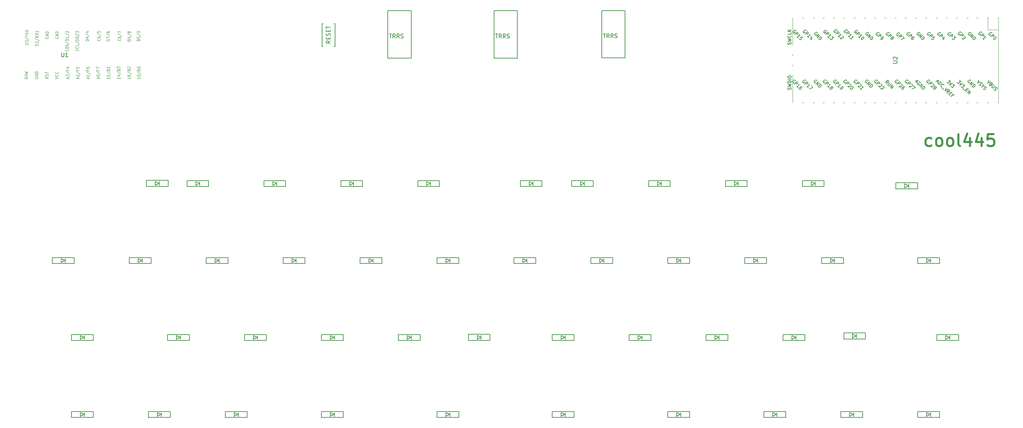
<source format=gbr>
G04 #@! TF.GenerationSoftware,KiCad,Pcbnew,(5.1.6-0-10_14)*
G04 #@! TF.CreationDate,2022-07-10T08:57:52+09:00*
G04 #@! TF.ProjectId,cool445,636f6f6c-3434-4352-9e6b-696361645f70,rev?*
G04 #@! TF.SameCoordinates,Original*
G04 #@! TF.FileFunction,Legend,Top*
G04 #@! TF.FilePolarity,Positive*
%FSLAX46Y46*%
G04 Gerber Fmt 4.6, Leading zero omitted, Abs format (unit mm)*
G04 Created by KiCad (PCBNEW (5.1.6-0-10_14)) date 2022-07-10 08:57:52*
%MOMM*%
%LPD*%
G01*
G04 APERTURE LIST*
%ADD10C,0.500000*%
%ADD11C,0.150000*%
%ADD12C,0.120000*%
%ADD13C,0.125000*%
G04 APERTURE END LIST*
D10*
X238798571Y-594285D02*
X238512857Y-737142D01*
X237941428Y-737142D01*
X237655714Y-594285D01*
X237512857Y-451428D01*
X237370000Y-165714D01*
X237370000Y691428D01*
X237512857Y977142D01*
X237655714Y1120000D01*
X237941428Y1262857D01*
X238512857Y1262857D01*
X238798571Y1120000D01*
X240512857Y-737142D02*
X240227142Y-594285D01*
X240084285Y-451428D01*
X239941428Y-165714D01*
X239941428Y691428D01*
X240084285Y977142D01*
X240227142Y1120000D01*
X240512857Y1262857D01*
X240941428Y1262857D01*
X241227142Y1120000D01*
X241370000Y977142D01*
X241512857Y691428D01*
X241512857Y-165714D01*
X241370000Y-451428D01*
X241227142Y-594285D01*
X240941428Y-737142D01*
X240512857Y-737142D01*
X243227142Y-737142D02*
X242941428Y-594285D01*
X242798571Y-451428D01*
X242655714Y-165714D01*
X242655714Y691428D01*
X242798571Y977142D01*
X242941428Y1120000D01*
X243227142Y1262857D01*
X243655714Y1262857D01*
X243941428Y1120000D01*
X244084285Y977142D01*
X244227142Y691428D01*
X244227142Y-165714D01*
X244084285Y-451428D01*
X243941428Y-594285D01*
X243655714Y-737142D01*
X243227142Y-737142D01*
X245941428Y-737142D02*
X245655714Y-594285D01*
X245512857Y-308571D01*
X245512857Y2262857D01*
X248370000Y1262857D02*
X248370000Y-737142D01*
X247655714Y2405714D02*
X246941428Y262857D01*
X248798571Y262857D01*
X251227142Y1262857D02*
X251227142Y-737142D01*
X250512857Y2405714D02*
X249798571Y262857D01*
X251655714Y262857D01*
X254227142Y2262857D02*
X252798571Y2262857D01*
X252655714Y834285D01*
X252798571Y977142D01*
X253084285Y1120000D01*
X253798571Y1120000D01*
X254084285Y977142D01*
X254227142Y834285D01*
X254370000Y548571D01*
X254370000Y-165714D01*
X254227142Y-451428D01*
X254084285Y-594285D01*
X253798571Y-737142D01*
X253084285Y-737142D01*
X252798571Y-594285D01*
X252655714Y-451428D01*
D11*
X176613000Y-67150000D02*
X175713000Y-66650000D01*
X175713000Y-66650000D02*
X175713000Y-67650000D01*
X175713000Y-67650000D02*
X176613000Y-67150000D01*
X176713000Y-66650000D02*
X176713000Y-67650000D01*
X173513000Y-66400000D02*
X178913000Y-66400000D01*
X178913000Y-66400000D02*
X178913000Y-67900000D01*
X178913000Y-67900000D02*
X173513000Y-67900000D01*
X173513000Y-67900000D02*
X173513000Y-66400000D01*
X148038000Y-67150000D02*
X147138000Y-66650000D01*
X147138000Y-66650000D02*
X147138000Y-67650000D01*
X147138000Y-67650000D02*
X148038000Y-67150000D01*
X148138000Y-66650000D02*
X148138000Y-67650000D01*
X144938000Y-66400000D02*
X150338000Y-66400000D01*
X150338000Y-66400000D02*
X150338000Y-67900000D01*
X150338000Y-67900000D02*
X144938000Y-67900000D01*
X144938000Y-67900000D02*
X144938000Y-66400000D01*
X119463000Y-67150000D02*
X118563000Y-66650000D01*
X118563000Y-66650000D02*
X118563000Y-67650000D01*
X118563000Y-67650000D02*
X119463000Y-67150000D01*
X119563000Y-66650000D02*
X119563000Y-67650000D01*
X116363000Y-66400000D02*
X121763000Y-66400000D01*
X121763000Y-66400000D02*
X121763000Y-67900000D01*
X121763000Y-67900000D02*
X116363000Y-67900000D01*
X116363000Y-67900000D02*
X116363000Y-66400000D01*
X90888000Y-67150000D02*
X89988000Y-66650000D01*
X89988000Y-66650000D02*
X89988000Y-67650000D01*
X89988000Y-67650000D02*
X90888000Y-67150000D01*
X90988000Y-66650000D02*
X90988000Y-67650000D01*
X87788000Y-66400000D02*
X93188000Y-66400000D01*
X93188000Y-66400000D02*
X93188000Y-67900000D01*
X93188000Y-67900000D02*
X87788000Y-67900000D01*
X87788000Y-67900000D02*
X87788000Y-66400000D01*
X28975499Y-48100000D02*
X28075499Y-47600000D01*
X28075499Y-47600000D02*
X28075499Y-48600000D01*
X28075499Y-48600000D02*
X28975499Y-48100000D01*
X29075499Y-47600000D02*
X29075499Y-48600000D01*
X25875499Y-47350000D02*
X31275499Y-47350000D01*
X31275499Y-47350000D02*
X31275499Y-48850000D01*
X31275499Y-48850000D02*
X25875499Y-48850000D01*
X25875499Y-48850000D02*
X25875499Y-47350000D01*
X233130000Y-10560000D02*
X232230000Y-10060000D01*
X232230000Y-10060000D02*
X232230000Y-11060000D01*
X232230000Y-11060000D02*
X233130000Y-10560000D01*
X233230000Y-10060000D02*
X233230000Y-11060000D01*
X230030000Y-9810000D02*
X235430000Y-9810000D01*
X235430000Y-9810000D02*
X235430000Y-11310000D01*
X235430000Y-11310000D02*
X230030000Y-11310000D01*
X230030000Y-11310000D02*
X230030000Y-9810000D01*
X47500000Y-9940000D02*
X46600000Y-9440000D01*
X46600000Y-9440000D02*
X46600000Y-10440000D01*
X46600000Y-10440000D02*
X47500000Y-9940000D01*
X47600000Y-9440000D02*
X47600000Y-10440000D01*
X44400000Y-9190000D02*
X49800000Y-9190000D01*
X49800000Y-9190000D02*
X49800000Y-10690000D01*
X49800000Y-10690000D02*
X44400000Y-10690000D01*
X44400000Y-10690000D02*
X44400000Y-9190000D01*
X238525000Y-67150000D02*
X237625000Y-66650000D01*
X237625000Y-66650000D02*
X237625000Y-67650000D01*
X237625000Y-67650000D02*
X238525000Y-67150000D01*
X238625000Y-66650000D02*
X238625000Y-67650000D01*
X235425000Y-66400000D02*
X240825000Y-66400000D01*
X240825000Y-66400000D02*
X240825000Y-67900000D01*
X240825000Y-67900000D02*
X235425000Y-67900000D01*
X235425000Y-67900000D02*
X235425000Y-66400000D01*
X219475000Y-67150000D02*
X218575000Y-66650000D01*
X218575000Y-66650000D02*
X218575000Y-67650000D01*
X218575000Y-67650000D02*
X219475000Y-67150000D01*
X219575000Y-66650000D02*
X219575000Y-67650000D01*
X216375000Y-66400000D02*
X221775000Y-66400000D01*
X221775000Y-66400000D02*
X221775000Y-67900000D01*
X221775000Y-67900000D02*
X216375000Y-67900000D01*
X216375000Y-67900000D02*
X216375000Y-66400000D01*
X200425000Y-67150000D02*
X199525000Y-66650000D01*
X199525000Y-66650000D02*
X199525000Y-67650000D01*
X199525000Y-67650000D02*
X200425000Y-67150000D01*
X200525000Y-66650000D02*
X200525000Y-67650000D01*
X197325000Y-66400000D02*
X202725000Y-66400000D01*
X202725000Y-66400000D02*
X202725000Y-67900000D01*
X202725000Y-67900000D02*
X197325000Y-67900000D01*
X197325000Y-67900000D02*
X197325000Y-66400000D01*
X67075000Y-67150000D02*
X66175000Y-66650000D01*
X66175000Y-66650000D02*
X66175000Y-67650000D01*
X66175000Y-67650000D02*
X67075000Y-67150000D01*
X67175000Y-66650000D02*
X67175000Y-67650000D01*
X63975000Y-66400000D02*
X69375000Y-66400000D01*
X69375000Y-66400000D02*
X69375000Y-67900000D01*
X69375000Y-67900000D02*
X63975000Y-67900000D01*
X63975000Y-67900000D02*
X63975000Y-66400000D01*
X48025000Y-67150000D02*
X47125000Y-66650000D01*
X47125000Y-66650000D02*
X47125000Y-67650000D01*
X47125000Y-67650000D02*
X48025000Y-67150000D01*
X48125000Y-66650000D02*
X48125000Y-67650000D01*
X44925000Y-66400000D02*
X50325000Y-66400000D01*
X50325000Y-66400000D02*
X50325000Y-67900000D01*
X50325000Y-67900000D02*
X44925000Y-67900000D01*
X44925000Y-67900000D02*
X44925000Y-66400000D01*
X28975000Y-67150000D02*
X28075000Y-66650000D01*
X28075000Y-66650000D02*
X28075000Y-67650000D01*
X28075000Y-67650000D02*
X28975000Y-67150000D01*
X29075000Y-66650000D02*
X29075000Y-67650000D01*
X25875000Y-66400000D02*
X31275000Y-66400000D01*
X31275000Y-66400000D02*
X31275000Y-67900000D01*
X31275000Y-67900000D02*
X25875000Y-67900000D01*
X25875000Y-67900000D02*
X25875000Y-66400000D01*
X243287500Y-48100000D02*
X242387500Y-47600000D01*
X242387500Y-47600000D02*
X242387500Y-48600000D01*
X242387500Y-48600000D02*
X243287500Y-48100000D01*
X243387500Y-47600000D02*
X243387500Y-48600000D01*
X240187500Y-47350000D02*
X245587500Y-47350000D01*
X245587500Y-47350000D02*
X245587500Y-48850000D01*
X245587500Y-48850000D02*
X240187500Y-48850000D01*
X240187500Y-48850000D02*
X240187500Y-47350000D01*
X220180000Y-47730000D02*
X219280000Y-47230000D01*
X219280000Y-47230000D02*
X219280000Y-48230000D01*
X219280000Y-48230000D02*
X220180000Y-47730000D01*
X220280000Y-47230000D02*
X220280000Y-48230000D01*
X217080000Y-46980000D02*
X222480000Y-46980000D01*
X222480000Y-46980000D02*
X222480000Y-48480000D01*
X222480000Y-48480000D02*
X217080000Y-48480000D01*
X217080000Y-48480000D02*
X217080000Y-46980000D01*
X205187500Y-48100000D02*
X204287500Y-47600000D01*
X204287500Y-47600000D02*
X204287500Y-48600000D01*
X204287500Y-48600000D02*
X205187500Y-48100000D01*
X205287500Y-47600000D02*
X205287500Y-48600000D01*
X202087500Y-47350000D02*
X207487500Y-47350000D01*
X207487500Y-47350000D02*
X207487500Y-48850000D01*
X207487500Y-48850000D02*
X202087500Y-48850000D01*
X202087500Y-48850000D02*
X202087500Y-47350000D01*
X186137500Y-48100000D02*
X185237500Y-47600000D01*
X185237500Y-47600000D02*
X185237500Y-48600000D01*
X185237500Y-48600000D02*
X186137500Y-48100000D01*
X186237500Y-47600000D02*
X186237500Y-48600000D01*
X183037500Y-47350000D02*
X188437500Y-47350000D01*
X188437500Y-47350000D02*
X188437500Y-48850000D01*
X188437500Y-48850000D02*
X183037500Y-48850000D01*
X183037500Y-48850000D02*
X183037500Y-47350000D01*
X167087500Y-48100000D02*
X166187500Y-47600000D01*
X166187500Y-47600000D02*
X166187500Y-48600000D01*
X166187500Y-48600000D02*
X167087500Y-48100000D01*
X167187500Y-47600000D02*
X167187500Y-48600000D01*
X163987500Y-47350000D02*
X169387500Y-47350000D01*
X169387500Y-47350000D02*
X169387500Y-48850000D01*
X169387500Y-48850000D02*
X163987500Y-48850000D01*
X163987500Y-48850000D02*
X163987500Y-47350000D01*
X148037500Y-48100000D02*
X147137500Y-47600000D01*
X147137500Y-47600000D02*
X147137500Y-48600000D01*
X147137500Y-48600000D02*
X148037500Y-48100000D01*
X148137500Y-47600000D02*
X148137500Y-48600000D01*
X144937500Y-47350000D02*
X150337500Y-47350000D01*
X150337500Y-47350000D02*
X150337500Y-48850000D01*
X150337500Y-48850000D02*
X144937500Y-48850000D01*
X144937500Y-48850000D02*
X144937500Y-47350000D01*
X127220000Y-48080000D02*
X126320000Y-47580000D01*
X126320000Y-47580000D02*
X126320000Y-48580000D01*
X126320000Y-48580000D02*
X127220000Y-48080000D01*
X127320000Y-47580000D02*
X127320000Y-48580000D01*
X124120000Y-47330000D02*
X129520000Y-47330000D01*
X129520000Y-47330000D02*
X129520000Y-48830000D01*
X129520000Y-48830000D02*
X124120000Y-48830000D01*
X124120000Y-48830000D02*
X124120000Y-47330000D01*
X109937500Y-48100000D02*
X109037500Y-47600000D01*
X109037500Y-47600000D02*
X109037500Y-48600000D01*
X109037500Y-48600000D02*
X109937500Y-48100000D01*
X110037500Y-47600000D02*
X110037500Y-48600000D01*
X106837500Y-47350000D02*
X112237500Y-47350000D01*
X112237500Y-47350000D02*
X112237500Y-48850000D01*
X112237500Y-48850000D02*
X106837500Y-48850000D01*
X106837500Y-48850000D02*
X106837500Y-47350000D01*
X90887500Y-48100000D02*
X89987500Y-47600000D01*
X89987500Y-47600000D02*
X89987500Y-48600000D01*
X89987500Y-48600000D02*
X90887500Y-48100000D01*
X90987500Y-47600000D02*
X90987500Y-48600000D01*
X87787500Y-47350000D02*
X93187500Y-47350000D01*
X93187500Y-47350000D02*
X93187500Y-48850000D01*
X93187500Y-48850000D02*
X87787500Y-48850000D01*
X87787500Y-48850000D02*
X87787500Y-47350000D01*
X71837500Y-48100000D02*
X70937500Y-47600000D01*
X70937500Y-47600000D02*
X70937500Y-48600000D01*
X70937500Y-48600000D02*
X71837500Y-48100000D01*
X71937500Y-47600000D02*
X71937500Y-48600000D01*
X68737500Y-47350000D02*
X74137500Y-47350000D01*
X74137500Y-47350000D02*
X74137500Y-48850000D01*
X74137500Y-48850000D02*
X68737500Y-48850000D01*
X68737500Y-48850000D02*
X68737500Y-47350000D01*
X52787500Y-48100000D02*
X51887500Y-47600000D01*
X51887500Y-47600000D02*
X51887500Y-48600000D01*
X51887500Y-48600000D02*
X52787500Y-48100000D01*
X52887500Y-47600000D02*
X52887500Y-48600000D01*
X49687500Y-47350000D02*
X55087500Y-47350000D01*
X55087500Y-47350000D02*
X55087500Y-48850000D01*
X55087500Y-48850000D02*
X49687500Y-48850000D01*
X49687500Y-48850000D02*
X49687500Y-47350000D01*
X209950000Y-10000000D02*
X209050000Y-9500000D01*
X209050000Y-9500000D02*
X209050000Y-10500000D01*
X209050000Y-10500000D02*
X209950000Y-10000000D01*
X210050000Y-9500000D02*
X210050000Y-10500000D01*
X206850000Y-9250000D02*
X212250000Y-9250000D01*
X212250000Y-9250000D02*
X212250000Y-10750000D01*
X212250000Y-10750000D02*
X206850000Y-10750000D01*
X206850000Y-10750000D02*
X206850000Y-9250000D01*
X190900000Y-10000000D02*
X190000000Y-9500000D01*
X190000000Y-9500000D02*
X190000000Y-10500000D01*
X190000000Y-10500000D02*
X190900000Y-10000000D01*
X191000000Y-9500000D02*
X191000000Y-10500000D01*
X187800000Y-9250000D02*
X193200000Y-9250000D01*
X193200000Y-9250000D02*
X193200000Y-10750000D01*
X193200000Y-10750000D02*
X187800000Y-10750000D01*
X187800000Y-10750000D02*
X187800000Y-9250000D01*
X171850000Y-10000000D02*
X170950000Y-9500000D01*
X170950000Y-9500000D02*
X170950000Y-10500000D01*
X170950000Y-10500000D02*
X171850000Y-10000000D01*
X171950000Y-9500000D02*
X171950000Y-10500000D01*
X168750000Y-9250000D02*
X174150000Y-9250000D01*
X174150000Y-9250000D02*
X174150000Y-10750000D01*
X174150000Y-10750000D02*
X168750000Y-10750000D01*
X168750000Y-10750000D02*
X168750000Y-9250000D01*
X152800000Y-10000000D02*
X151900000Y-9500000D01*
X151900000Y-9500000D02*
X151900000Y-10500000D01*
X151900000Y-10500000D02*
X152800000Y-10000000D01*
X152900000Y-9500000D02*
X152900000Y-10500000D01*
X149700000Y-9250000D02*
X155100000Y-9250000D01*
X155100000Y-9250000D02*
X155100000Y-10750000D01*
X155100000Y-10750000D02*
X149700000Y-10750000D01*
X149700000Y-10750000D02*
X149700000Y-9250000D01*
X140100000Y-10000000D02*
X139200000Y-9500000D01*
X139200000Y-9500000D02*
X139200000Y-10500000D01*
X139200000Y-10500000D02*
X140100000Y-10000000D01*
X140200000Y-9500000D02*
X140200000Y-10500000D01*
X137000000Y-9250000D02*
X142400000Y-9250000D01*
X142400000Y-9250000D02*
X142400000Y-10750000D01*
X142400000Y-10750000D02*
X137000000Y-10750000D01*
X137000000Y-10750000D02*
X137000000Y-9250000D01*
X114700000Y-10000000D02*
X113800000Y-9500000D01*
X113800000Y-9500000D02*
X113800000Y-10500000D01*
X113800000Y-10500000D02*
X114700000Y-10000000D01*
X114800000Y-9500000D02*
X114800000Y-10500000D01*
X111600000Y-9250000D02*
X117000000Y-9250000D01*
X117000000Y-9250000D02*
X117000000Y-10750000D01*
X117000000Y-10750000D02*
X111600000Y-10750000D01*
X111600000Y-10750000D02*
X111600000Y-9250000D01*
X95650000Y-10000000D02*
X94750000Y-9500000D01*
X94750000Y-9500000D02*
X94750000Y-10500000D01*
X94750000Y-10500000D02*
X95650000Y-10000000D01*
X95750000Y-9500000D02*
X95750000Y-10500000D01*
X92550000Y-9250000D02*
X97950000Y-9250000D01*
X97950000Y-9250000D02*
X97950000Y-10750000D01*
X97950000Y-10750000D02*
X92550000Y-10750000D01*
X92550000Y-10750000D02*
X92550000Y-9250000D01*
X76600000Y-10000000D02*
X75700000Y-9500000D01*
X75700000Y-9500000D02*
X75700000Y-10500000D01*
X75700000Y-10500000D02*
X76600000Y-10000000D01*
X76700000Y-9500000D02*
X76700000Y-10500000D01*
X73500000Y-9250000D02*
X78900000Y-9250000D01*
X78900000Y-9250000D02*
X78900000Y-10750000D01*
X78900000Y-10750000D02*
X73500000Y-10750000D01*
X73500000Y-10750000D02*
X73500000Y-9250000D01*
X57550000Y-10000000D02*
X56650000Y-9500000D01*
X56650000Y-9500000D02*
X56650000Y-10500000D01*
X56650000Y-10500000D02*
X57550000Y-10000000D01*
X57650000Y-9500000D02*
X57650000Y-10500000D01*
X54450000Y-9250000D02*
X59850000Y-9250000D01*
X59850000Y-9250000D02*
X59850000Y-10750000D01*
X59850000Y-10750000D02*
X54450000Y-10750000D01*
X54450000Y-10750000D02*
X54450000Y-9250000D01*
X21112500Y-28300000D02*
X21112500Y-29800000D01*
X26512500Y-28300000D02*
X21112500Y-28300000D01*
X26512500Y-29800000D02*
X26512500Y-28300000D01*
X21112500Y-29800000D02*
X26512500Y-29800000D01*
X24312500Y-29550000D02*
X24312500Y-28550000D01*
X23312500Y-28550000D02*
X24212500Y-29050000D01*
X23312500Y-29550000D02*
X23312500Y-28550000D01*
X24212500Y-29050000D02*
X23312500Y-29550000D01*
X40162500Y-28300000D02*
X40162500Y-29800000D01*
X45562500Y-28300000D02*
X40162500Y-28300000D01*
X45562500Y-29800000D02*
X45562500Y-28300000D01*
X40162500Y-29800000D02*
X45562500Y-29800000D01*
X43362500Y-29550000D02*
X43362500Y-28550000D01*
X42362500Y-28550000D02*
X43262500Y-29050000D01*
X42362500Y-29550000D02*
X42362500Y-28550000D01*
X43262500Y-29050000D02*
X42362500Y-29550000D01*
X59212500Y-28300000D02*
X59212500Y-29800000D01*
X64612500Y-28300000D02*
X59212500Y-28300000D01*
X64612500Y-29800000D02*
X64612500Y-28300000D01*
X59212500Y-29800000D02*
X64612500Y-29800000D01*
X62412500Y-29550000D02*
X62412500Y-28550000D01*
X61412500Y-28550000D02*
X62312500Y-29050000D01*
X61412500Y-29550000D02*
X61412500Y-28550000D01*
X62312500Y-29050000D02*
X61412500Y-29550000D01*
X78262500Y-28300000D02*
X78262500Y-29800000D01*
X83662500Y-28300000D02*
X78262500Y-28300000D01*
X83662500Y-29800000D02*
X83662500Y-28300000D01*
X78262500Y-29800000D02*
X83662500Y-29800000D01*
X81462500Y-29550000D02*
X81462500Y-28550000D01*
X80462500Y-28550000D02*
X81362500Y-29050000D01*
X80462500Y-29550000D02*
X80462500Y-28550000D01*
X81362500Y-29050000D02*
X80462500Y-29550000D01*
D12*
X255400000Y31060000D02*
X255400000Y10060000D01*
X204400000Y24260000D02*
X204400000Y31060000D01*
X252733000Y31060000D02*
X252733000Y28053000D01*
X252733000Y28053000D02*
X255400000Y28053000D01*
X255400000Y31060000D02*
X255100000Y31060000D01*
X253000000Y31060000D02*
X252600000Y31060000D01*
X250400000Y31060000D02*
X250000000Y31060000D01*
X247900000Y31060000D02*
X247500000Y31060000D01*
X245300000Y31060000D02*
X244900000Y31060000D01*
X242800000Y31060000D02*
X242400000Y31060000D01*
X240300000Y31060000D02*
X239900000Y31060000D01*
X237700000Y31060000D02*
X237300000Y31060000D01*
X235200000Y31060000D02*
X234800000Y31060000D01*
X232600000Y31060000D02*
X232200000Y31060000D01*
X230100000Y31060000D02*
X229700000Y31060000D01*
X227600000Y31060000D02*
X227200000Y31060000D01*
X225000000Y31060000D02*
X224600000Y31060000D01*
X222500000Y31060000D02*
X222100000Y31060000D01*
X219900000Y31060000D02*
X219500000Y31060000D01*
X217400000Y31060000D02*
X217000000Y31060000D01*
X214800000Y31060000D02*
X214400000Y31060000D01*
X212300000Y31060000D02*
X211900000Y31060000D01*
X209800000Y31060000D02*
X209400000Y31060000D01*
X207200000Y31060000D02*
X206800000Y31060000D01*
X240300000Y10060000D02*
X239900000Y10060000D01*
X235200000Y10060000D02*
X234800000Y10060000D01*
X227600000Y10060000D02*
X227200000Y10060000D01*
X219900000Y10060000D02*
X219500000Y10060000D01*
X250400000Y10060000D02*
X250000000Y10060000D01*
X253000000Y10060000D02*
X252600000Y10060000D01*
X245300000Y10060000D02*
X244900000Y10060000D01*
X212300000Y10060000D02*
X211900000Y10060000D01*
X207200000Y10060000D02*
X206800000Y10060000D01*
X209800000Y10060000D02*
X209400000Y10060000D01*
X225000000Y10060000D02*
X224600000Y10060000D01*
X230100000Y10060000D02*
X229700000Y10060000D01*
X242800000Y10060000D02*
X242400000Y10060000D01*
X237700000Y10060000D02*
X237300000Y10060000D01*
X217400000Y10060000D02*
X217000000Y10060000D01*
X232600000Y10060000D02*
X232200000Y10060000D01*
X255400000Y10060000D02*
X255100000Y10060000D01*
X247900000Y10060000D02*
X247500000Y10060000D01*
X222500000Y10060000D02*
X222100000Y10060000D01*
X214800000Y10060000D02*
X214400000Y10060000D01*
X204400000Y10060000D02*
X204400000Y16860000D01*
X204400000Y22060000D02*
X204400000Y21660000D01*
X204400000Y19460000D02*
X204400000Y19060000D01*
D11*
X97312500Y-28300000D02*
X97312500Y-29800000D01*
X102712500Y-28300000D02*
X97312500Y-28300000D01*
X102712500Y-29800000D02*
X102712500Y-28300000D01*
X97312500Y-29800000D02*
X102712500Y-29800000D01*
X100512500Y-29550000D02*
X100512500Y-28550000D01*
X99512500Y-28550000D02*
X100412500Y-29050000D01*
X99512500Y-29550000D02*
X99512500Y-28550000D01*
X100412500Y-29050000D02*
X99512500Y-29550000D01*
X119462500Y-29050000D02*
X118562500Y-29550000D01*
X118562500Y-29550000D02*
X118562500Y-28550000D01*
X118562500Y-28550000D02*
X119462500Y-29050000D01*
X119562500Y-29550000D02*
X119562500Y-28550000D01*
X116362500Y-29800000D02*
X121762500Y-29800000D01*
X121762500Y-29800000D02*
X121762500Y-28300000D01*
X121762500Y-28300000D02*
X116362500Y-28300000D01*
X116362500Y-28300000D02*
X116362500Y-29800000D01*
X138512500Y-29050000D02*
X137612500Y-29550000D01*
X137612500Y-29550000D02*
X137612500Y-28550000D01*
X137612500Y-28550000D02*
X138512500Y-29050000D01*
X138612500Y-29550000D02*
X138612500Y-28550000D01*
X135412500Y-29800000D02*
X140812500Y-29800000D01*
X140812500Y-29800000D02*
X140812500Y-28300000D01*
X140812500Y-28300000D02*
X135412500Y-28300000D01*
X135412500Y-28300000D02*
X135412500Y-29800000D01*
X157562500Y-29050000D02*
X156662500Y-29550000D01*
X156662500Y-29550000D02*
X156662500Y-28550000D01*
X156662500Y-28550000D02*
X157562500Y-29050000D01*
X157662500Y-29550000D02*
X157662500Y-28550000D01*
X154462500Y-29800000D02*
X159862500Y-29800000D01*
X159862500Y-29800000D02*
X159862500Y-28300000D01*
X159862500Y-28300000D02*
X154462500Y-28300000D01*
X154462500Y-28300000D02*
X154462500Y-29800000D01*
X176612500Y-29050000D02*
X175712500Y-29550000D01*
X175712500Y-29550000D02*
X175712500Y-28550000D01*
X175712500Y-28550000D02*
X176612500Y-29050000D01*
X176712500Y-29550000D02*
X176712500Y-28550000D01*
X173512500Y-29800000D02*
X178912500Y-29800000D01*
X178912500Y-29800000D02*
X178912500Y-28300000D01*
X178912500Y-28300000D02*
X173512500Y-28300000D01*
X173512500Y-28300000D02*
X173512500Y-29800000D01*
X195662500Y-29050000D02*
X194762500Y-29550000D01*
X194762500Y-29550000D02*
X194762500Y-28550000D01*
X194762500Y-28550000D02*
X195662500Y-29050000D01*
X195762500Y-29550000D02*
X195762500Y-28550000D01*
X192562500Y-29800000D02*
X197962500Y-29800000D01*
X197962500Y-29800000D02*
X197962500Y-28300000D01*
X197962500Y-28300000D02*
X192562500Y-28300000D01*
X192562500Y-28300000D02*
X192562500Y-29800000D01*
X214712500Y-29050000D02*
X213812500Y-29550000D01*
X213812500Y-29550000D02*
X213812500Y-28550000D01*
X213812500Y-28550000D02*
X214712500Y-29050000D01*
X214812500Y-29550000D02*
X214812500Y-28550000D01*
X211612500Y-29800000D02*
X217012500Y-29800000D01*
X217012500Y-29800000D02*
X217012500Y-28300000D01*
X217012500Y-28300000D02*
X211612500Y-28300000D01*
X211612500Y-28300000D02*
X211612500Y-29800000D01*
X238525500Y-29050000D02*
X237625500Y-29550000D01*
X237625500Y-29550000D02*
X237625500Y-28550000D01*
X237625500Y-28550000D02*
X238525500Y-29050000D01*
X238625500Y-29550000D02*
X238625500Y-28550000D01*
X235425500Y-29800000D02*
X240825500Y-29800000D01*
X240825500Y-29800000D02*
X240825500Y-28300000D01*
X240825500Y-28300000D02*
X235425500Y-28300000D01*
X235425500Y-28300000D02*
X235425500Y-29800000D01*
X130470000Y21010000D02*
X130470000Y32760000D01*
X136270000Y21010000D02*
X130470000Y21010000D01*
X136270000Y32760000D02*
X136270000Y21010000D01*
X130470000Y32760000D02*
X136270000Y32760000D01*
X87920000Y29610000D02*
X88170000Y29610000D01*
X87920000Y23910000D02*
X87920000Y29610000D01*
X87920000Y23910000D02*
X88170000Y23910000D01*
X91120000Y23910000D02*
X90870000Y23910000D01*
X91120000Y29610000D02*
X90870000Y29610000D01*
X91120000Y23910000D02*
X91120000Y29610000D01*
X104190000Y21010000D02*
X104190000Y32760000D01*
X109990000Y21010000D02*
X104190000Y21010000D01*
X109990000Y32760000D02*
X109990000Y21010000D01*
X104190000Y32760000D02*
X109990000Y32760000D01*
X157170000Y32820000D02*
X162970000Y32820000D01*
X162970000Y32820000D02*
X162970000Y21070000D01*
X162970000Y21070000D02*
X157170000Y21070000D01*
X157170000Y21070000D02*
X157170000Y32820000D01*
X229352380Y19798095D02*
X230161904Y19798095D01*
X230257142Y19845714D01*
X230304761Y19893333D01*
X230352380Y19988571D01*
X230352380Y20179047D01*
X230304761Y20274285D01*
X230257142Y20321904D01*
X230161904Y20369523D01*
X229352380Y20369523D01*
X229447619Y20798095D02*
X229400000Y20845714D01*
X229352380Y20940952D01*
X229352380Y21179047D01*
X229400000Y21274285D01*
X229447619Y21321904D01*
X229542857Y21369523D01*
X229638095Y21369523D01*
X229780952Y21321904D01*
X230352380Y20750476D01*
X230352380Y21369523D01*
X251258781Y27296903D02*
X251231844Y27377715D01*
X251151032Y27458528D01*
X251043282Y27512402D01*
X250935532Y27512402D01*
X250854720Y27485465D01*
X250720033Y27404653D01*
X250639221Y27323841D01*
X250558409Y27189154D01*
X250531471Y27108341D01*
X250531471Y27000592D01*
X250585346Y26892842D01*
X250639221Y26838967D01*
X250746971Y26785093D01*
X250800845Y26785093D01*
X250989407Y26973654D01*
X250881658Y27081404D01*
X250989407Y26488781D02*
X251555093Y27054467D01*
X251770592Y26838967D01*
X251797529Y26758155D01*
X251797529Y26704280D01*
X251770592Y26623468D01*
X251689780Y26542656D01*
X251608967Y26515719D01*
X251555093Y26515719D01*
X251474280Y26542656D01*
X251258781Y26758155D01*
X251851404Y25626784D02*
X251528155Y25950033D01*
X251689780Y25788409D02*
X252255465Y26354094D01*
X252120778Y26327157D01*
X252013028Y26327157D01*
X251932216Y26354094D01*
X246168781Y27296903D02*
X246141844Y27377715D01*
X246061032Y27458528D01*
X245953282Y27512402D01*
X245845532Y27512402D01*
X245764720Y27485465D01*
X245630033Y27404653D01*
X245549221Y27323841D01*
X245468409Y27189154D01*
X245441471Y27108341D01*
X245441471Y27000592D01*
X245495346Y26892842D01*
X245549221Y26838967D01*
X245656971Y26785093D01*
X245710845Y26785093D01*
X245899407Y26973654D01*
X245791658Y27081404D01*
X245899407Y26488781D02*
X246465093Y27054467D01*
X246680592Y26838967D01*
X246707529Y26758155D01*
X246707529Y26704280D01*
X246680592Y26623468D01*
X246599780Y26542656D01*
X246518967Y26515719D01*
X246465093Y26515719D01*
X246384280Y26542656D01*
X246168781Y26758155D01*
X246949966Y26461844D02*
X247003841Y26461844D01*
X247084653Y26434906D01*
X247219340Y26300219D01*
X247246277Y26219407D01*
X247246277Y26165532D01*
X247219340Y26084720D01*
X247165465Y26030845D01*
X247057715Y25976971D01*
X246411218Y25976971D01*
X246761404Y25626784D01*
X253788781Y27196903D02*
X253761844Y27277715D01*
X253681032Y27358528D01*
X253573282Y27412402D01*
X253465532Y27412402D01*
X253384720Y27385465D01*
X253250033Y27304653D01*
X253169221Y27223841D01*
X253088409Y27089154D01*
X253061471Y27008341D01*
X253061471Y26900592D01*
X253115346Y26792842D01*
X253169221Y26738967D01*
X253276971Y26685093D01*
X253330845Y26685093D01*
X253519407Y26873654D01*
X253411658Y26981404D01*
X253519407Y26388781D02*
X254085093Y26954467D01*
X254300592Y26738967D01*
X254327529Y26658155D01*
X254327529Y26604280D01*
X254300592Y26523468D01*
X254219780Y26442656D01*
X254138967Y26415719D01*
X254085093Y26415719D01*
X254004280Y26442656D01*
X253788781Y26658155D01*
X254758528Y26281032D02*
X254812402Y26227157D01*
X254839340Y26146345D01*
X254839340Y26092470D01*
X254812402Y26011658D01*
X254731590Y25876971D01*
X254596903Y25742284D01*
X254462216Y25661471D01*
X254381404Y25634534D01*
X254327529Y25634534D01*
X254246717Y25661471D01*
X254192842Y25715346D01*
X254165905Y25796158D01*
X254165905Y25850033D01*
X254192842Y25930845D01*
X254273654Y26065532D01*
X254408341Y26200219D01*
X254543028Y26281032D01*
X254623841Y26307969D01*
X254677715Y26307969D01*
X254758528Y26281032D01*
X243628781Y27196903D02*
X243601844Y27277715D01*
X243521032Y27358528D01*
X243413282Y27412402D01*
X243305532Y27412402D01*
X243224720Y27385465D01*
X243090033Y27304653D01*
X243009221Y27223841D01*
X242928409Y27089154D01*
X242901471Y27008341D01*
X242901471Y26900592D01*
X242955346Y26792842D01*
X243009221Y26738967D01*
X243116971Y26685093D01*
X243170845Y26685093D01*
X243359407Y26873654D01*
X243251658Y26981404D01*
X243359407Y26388781D02*
X243925093Y26954467D01*
X244140592Y26738967D01*
X244167529Y26658155D01*
X244167529Y26604280D01*
X244140592Y26523468D01*
X244059780Y26442656D01*
X243978967Y26415719D01*
X243925093Y26415719D01*
X243844280Y26442656D01*
X243628781Y26658155D01*
X244436903Y26442656D02*
X244787089Y26092470D01*
X244383028Y26065532D01*
X244463841Y25984720D01*
X244490778Y25903908D01*
X244490778Y25850033D01*
X244463841Y25769221D01*
X244329154Y25634534D01*
X244248341Y25607597D01*
X244194467Y25607597D01*
X244113654Y25634534D01*
X243952030Y25796158D01*
X243925093Y25876971D01*
X243925093Y25930845D01*
X241088781Y27196903D02*
X241061844Y27277715D01*
X240981032Y27358528D01*
X240873282Y27412402D01*
X240765532Y27412402D01*
X240684720Y27385465D01*
X240550033Y27304653D01*
X240469221Y27223841D01*
X240388409Y27089154D01*
X240361471Y27008341D01*
X240361471Y26900592D01*
X240415346Y26792842D01*
X240469221Y26738967D01*
X240576971Y26685093D01*
X240630845Y26685093D01*
X240819407Y26873654D01*
X240711658Y26981404D01*
X240819407Y26388781D02*
X241385093Y26954467D01*
X241600592Y26738967D01*
X241627529Y26658155D01*
X241627529Y26604280D01*
X241600592Y26523468D01*
X241519780Y26442656D01*
X241438967Y26415719D01*
X241385093Y26415719D01*
X241304280Y26442656D01*
X241088781Y26658155D01*
X242004653Y25957783D02*
X241627529Y25580659D01*
X242085465Y26307969D02*
X241546717Y26038595D01*
X241896903Y25688409D01*
X238548781Y27196903D02*
X238521844Y27277715D01*
X238441032Y27358528D01*
X238333282Y27412402D01*
X238225532Y27412402D01*
X238144720Y27385465D01*
X238010033Y27304653D01*
X237929221Y27223841D01*
X237848409Y27089154D01*
X237821471Y27008341D01*
X237821471Y26900592D01*
X237875346Y26792842D01*
X237929221Y26738967D01*
X238036971Y26685093D01*
X238090845Y26685093D01*
X238279407Y26873654D01*
X238171658Y26981404D01*
X238279407Y26388781D02*
X238845093Y26954467D01*
X239060592Y26738967D01*
X239087529Y26658155D01*
X239087529Y26604280D01*
X239060592Y26523468D01*
X238979780Y26442656D01*
X238898967Y26415719D01*
X238845093Y26415719D01*
X238764280Y26442656D01*
X238548781Y26658155D01*
X239680152Y26119407D02*
X239410778Y26388781D01*
X239114467Y26146345D01*
X239168341Y26146345D01*
X239249154Y26119407D01*
X239383841Y25984720D01*
X239410778Y25903908D01*
X239410778Y25850033D01*
X239383841Y25769221D01*
X239249154Y25634534D01*
X239168341Y25607597D01*
X239114467Y25607597D01*
X239033654Y25634534D01*
X238898967Y25769221D01*
X238872030Y25850033D01*
X238872030Y25903908D01*
X233468781Y27196903D02*
X233441844Y27277715D01*
X233361032Y27358528D01*
X233253282Y27412402D01*
X233145532Y27412402D01*
X233064720Y27385465D01*
X232930033Y27304653D01*
X232849221Y27223841D01*
X232768409Y27089154D01*
X232741471Y27008341D01*
X232741471Y26900592D01*
X232795346Y26792842D01*
X232849221Y26738967D01*
X232956971Y26685093D01*
X233010845Y26685093D01*
X233199407Y26873654D01*
X233091658Y26981404D01*
X233199407Y26388781D02*
X233765093Y26954467D01*
X233980592Y26738967D01*
X234007529Y26658155D01*
X234007529Y26604280D01*
X233980592Y26523468D01*
X233899780Y26442656D01*
X233818967Y26415719D01*
X233765093Y26415719D01*
X233684280Y26442656D01*
X233468781Y26658155D01*
X234573215Y26146345D02*
X234465465Y26254094D01*
X234384653Y26281032D01*
X234330778Y26281032D01*
X234196091Y26254094D01*
X234061404Y26173282D01*
X233845905Y25957783D01*
X233818967Y25876971D01*
X233818967Y25823096D01*
X233845905Y25742284D01*
X233953654Y25634534D01*
X234034467Y25607597D01*
X234088341Y25607597D01*
X234169154Y25634534D01*
X234303841Y25769221D01*
X234330778Y25850033D01*
X234330778Y25903908D01*
X234303841Y25984720D01*
X234196091Y26092470D01*
X234115279Y26119407D01*
X234061404Y26119407D01*
X233980592Y26092470D01*
X230958781Y27096903D02*
X230931844Y27177715D01*
X230851032Y27258528D01*
X230743282Y27312402D01*
X230635532Y27312402D01*
X230554720Y27285465D01*
X230420033Y27204653D01*
X230339221Y27123841D01*
X230258409Y26989154D01*
X230231471Y26908341D01*
X230231471Y26800592D01*
X230285346Y26692842D01*
X230339221Y26638967D01*
X230446971Y26585093D01*
X230500845Y26585093D01*
X230689407Y26773654D01*
X230581658Y26881404D01*
X230689407Y26288781D02*
X231255093Y26854467D01*
X231470592Y26638967D01*
X231497529Y26558155D01*
X231497529Y26504280D01*
X231470592Y26423468D01*
X231389780Y26342656D01*
X231308967Y26315719D01*
X231255093Y26315719D01*
X231174280Y26342656D01*
X230958781Y26558155D01*
X231766903Y26342656D02*
X232144027Y25965532D01*
X231335905Y25642284D01*
X228388781Y27196903D02*
X228361844Y27277715D01*
X228281032Y27358528D01*
X228173282Y27412402D01*
X228065532Y27412402D01*
X227984720Y27385465D01*
X227850033Y27304653D01*
X227769221Y27223841D01*
X227688409Y27089154D01*
X227661471Y27008341D01*
X227661471Y26900592D01*
X227715346Y26792842D01*
X227769221Y26738967D01*
X227876971Y26685093D01*
X227930845Y26685093D01*
X228119407Y26873654D01*
X228011658Y26981404D01*
X228119407Y26388781D02*
X228685093Y26954467D01*
X228900592Y26738967D01*
X228927529Y26658155D01*
X228927529Y26604280D01*
X228900592Y26523468D01*
X228819780Y26442656D01*
X228738967Y26415719D01*
X228685093Y26415719D01*
X228604280Y26442656D01*
X228388781Y26658155D01*
X229089154Y26065532D02*
X229062216Y26146345D01*
X229062216Y26200219D01*
X229089154Y26281032D01*
X229116091Y26307969D01*
X229196903Y26334906D01*
X229250778Y26334906D01*
X229331590Y26307969D01*
X229439340Y26200219D01*
X229466277Y26119407D01*
X229466277Y26065532D01*
X229439340Y25984720D01*
X229412402Y25957783D01*
X229331590Y25930845D01*
X229277715Y25930845D01*
X229196903Y25957783D01*
X229089154Y26065532D01*
X229008341Y26092470D01*
X228954467Y26092470D01*
X228873654Y26065532D01*
X228765905Y25957783D01*
X228738967Y25876971D01*
X228738967Y25823096D01*
X228765905Y25742284D01*
X228873654Y25634534D01*
X228954467Y25607597D01*
X229008341Y25607597D01*
X229089154Y25634534D01*
X229196903Y25742284D01*
X229223841Y25823096D01*
X229223841Y25876971D01*
X229196903Y25957783D01*
X225848781Y27196903D02*
X225821844Y27277715D01*
X225741032Y27358528D01*
X225633282Y27412402D01*
X225525532Y27412402D01*
X225444720Y27385465D01*
X225310033Y27304653D01*
X225229221Y27223841D01*
X225148409Y27089154D01*
X225121471Y27008341D01*
X225121471Y26900592D01*
X225175346Y26792842D01*
X225229221Y26738967D01*
X225336971Y26685093D01*
X225390845Y26685093D01*
X225579407Y26873654D01*
X225471658Y26981404D01*
X225579407Y26388781D02*
X226145093Y26954467D01*
X226360592Y26738967D01*
X226387529Y26658155D01*
X226387529Y26604280D01*
X226360592Y26523468D01*
X226279780Y26442656D01*
X226198967Y26415719D01*
X226145093Y26415719D01*
X226064280Y26442656D01*
X225848781Y26658155D01*
X226172030Y25796158D02*
X226279780Y25688409D01*
X226360592Y25661471D01*
X226414467Y25661471D01*
X226549154Y25688409D01*
X226683841Y25769221D01*
X226899340Y25984720D01*
X226926277Y26065532D01*
X226926277Y26119407D01*
X226899340Y26200219D01*
X226791590Y26307969D01*
X226710778Y26334906D01*
X226656903Y26334906D01*
X226576091Y26307969D01*
X226441404Y26173282D01*
X226414467Y26092470D01*
X226414467Y26038595D01*
X226441404Y25957783D01*
X226549154Y25850033D01*
X226629966Y25823096D01*
X226683841Y25823096D01*
X226764653Y25850033D01*
X220499407Y27720277D02*
X220472470Y27801089D01*
X220391658Y27881902D01*
X220283908Y27935776D01*
X220176158Y27935776D01*
X220095346Y27908839D01*
X219960659Y27828027D01*
X219879847Y27747215D01*
X219799035Y27612528D01*
X219772097Y27531715D01*
X219772097Y27423966D01*
X219825972Y27316216D01*
X219879847Y27262341D01*
X219987597Y27208467D01*
X220041471Y27208467D01*
X220230033Y27397028D01*
X220122284Y27504778D01*
X220230033Y26912155D02*
X220795719Y27477841D01*
X221011218Y27262341D01*
X221038155Y27181529D01*
X221038155Y27127654D01*
X221011218Y27046842D01*
X220930406Y26966030D01*
X220849593Y26939093D01*
X220795719Y26939093D01*
X220714906Y26966030D01*
X220499407Y27181529D01*
X221092030Y26050158D02*
X220768781Y26373407D01*
X220930406Y26211783D02*
X221496091Y26777468D01*
X221361404Y26750531D01*
X221253654Y26750531D01*
X221172842Y26777468D01*
X222007902Y26265658D02*
X222061776Y26211783D01*
X222088714Y26130971D01*
X222088714Y26077096D01*
X222061776Y25996284D01*
X221980964Y25861597D01*
X221846277Y25726910D01*
X221711590Y25646097D01*
X221630778Y25619160D01*
X221576903Y25619160D01*
X221496091Y25646097D01*
X221442216Y25699972D01*
X221415279Y25780784D01*
X221415279Y25834659D01*
X221442216Y25915471D01*
X221523028Y26050158D01*
X221657715Y26184845D01*
X221792402Y26265658D01*
X221873215Y26292595D01*
X221927089Y26292595D01*
X222007902Y26265658D01*
X217959407Y27866277D02*
X217932470Y27947089D01*
X217851658Y28027902D01*
X217743908Y28081776D01*
X217636158Y28081776D01*
X217555346Y28054839D01*
X217420659Y27974027D01*
X217339847Y27893215D01*
X217259035Y27758528D01*
X217232097Y27677715D01*
X217232097Y27569966D01*
X217285972Y27462216D01*
X217339847Y27408341D01*
X217447597Y27354467D01*
X217501471Y27354467D01*
X217690033Y27543028D01*
X217582284Y27650778D01*
X217690033Y27058155D02*
X218255719Y27623841D01*
X218471218Y27408341D01*
X218498155Y27327529D01*
X218498155Y27273654D01*
X218471218Y27192842D01*
X218390406Y27112030D01*
X218309593Y27085093D01*
X218255719Y27085093D01*
X218174906Y27112030D01*
X217959407Y27327529D01*
X218552030Y26196158D02*
X218228781Y26519407D01*
X218390406Y26357783D02*
X218956091Y26923468D01*
X218821404Y26896531D01*
X218713654Y26896531D01*
X218632842Y26923468D01*
X219090778Y25657410D02*
X218767529Y25980659D01*
X218929154Y25819035D02*
X219494839Y26384720D01*
X219360152Y26357783D01*
X219252402Y26357783D01*
X219171590Y26384720D01*
X215419407Y27866277D02*
X215392470Y27947089D01*
X215311658Y28027902D01*
X215203908Y28081776D01*
X215096158Y28081776D01*
X215015346Y28054839D01*
X214880659Y27974027D01*
X214799847Y27893215D01*
X214719035Y27758528D01*
X214692097Y27677715D01*
X214692097Y27569966D01*
X214745972Y27462216D01*
X214799847Y27408341D01*
X214907597Y27354467D01*
X214961471Y27354467D01*
X215150033Y27543028D01*
X215042284Y27650778D01*
X215150033Y27058155D02*
X215715719Y27623841D01*
X215931218Y27408341D01*
X215958155Y27327529D01*
X215958155Y27273654D01*
X215931218Y27192842D01*
X215850406Y27112030D01*
X215769593Y27085093D01*
X215715719Y27085093D01*
X215634906Y27112030D01*
X215419407Y27327529D01*
X216012030Y26196158D02*
X215688781Y26519407D01*
X215850406Y26357783D02*
X216416091Y26923468D01*
X216281404Y26896531D01*
X216173654Y26896531D01*
X216092842Y26923468D01*
X216739340Y26492470D02*
X216793215Y26492470D01*
X216874027Y26465532D01*
X217008714Y26330845D01*
X217035651Y26250033D01*
X217035651Y26196158D01*
X217008714Y26115346D01*
X216954839Y26061471D01*
X216847089Y26007597D01*
X216200592Y26007597D01*
X216550778Y25657410D01*
X212879407Y27720277D02*
X212852470Y27801089D01*
X212771658Y27881902D01*
X212663908Y27935776D01*
X212556158Y27935776D01*
X212475346Y27908839D01*
X212340659Y27828027D01*
X212259847Y27747215D01*
X212179035Y27612528D01*
X212152097Y27531715D01*
X212152097Y27423966D01*
X212205972Y27316216D01*
X212259847Y27262341D01*
X212367597Y27208467D01*
X212421471Y27208467D01*
X212610033Y27397028D01*
X212502284Y27504778D01*
X212610033Y26912155D02*
X213175719Y27477841D01*
X213391218Y27262341D01*
X213418155Y27181529D01*
X213418155Y27127654D01*
X213391218Y27046842D01*
X213310406Y26966030D01*
X213229593Y26939093D01*
X213175719Y26939093D01*
X213094906Y26966030D01*
X212879407Y27181529D01*
X213472030Y26050158D02*
X213148781Y26373407D01*
X213310406Y26211783D02*
X213876091Y26777468D01*
X213741404Y26750531D01*
X213633654Y26750531D01*
X213552842Y26777468D01*
X214226277Y26427282D02*
X214576463Y26077096D01*
X214172402Y26050158D01*
X214253215Y25969346D01*
X214280152Y25888534D01*
X214280152Y25834659D01*
X214253215Y25753847D01*
X214118528Y25619160D01*
X214037715Y25592223D01*
X213983841Y25592223D01*
X213903028Y25619160D01*
X213741404Y25780784D01*
X213714467Y25861597D01*
X213714467Y25915471D01*
X207799407Y27766277D02*
X207772470Y27847089D01*
X207691658Y27927902D01*
X207583908Y27981776D01*
X207476158Y27981776D01*
X207395346Y27954839D01*
X207260659Y27874027D01*
X207179847Y27793215D01*
X207099035Y27658528D01*
X207072097Y27577715D01*
X207072097Y27469966D01*
X207125972Y27362216D01*
X207179847Y27308341D01*
X207287597Y27254467D01*
X207341471Y27254467D01*
X207530033Y27443028D01*
X207422284Y27550778D01*
X207530033Y26958155D02*
X208095719Y27523841D01*
X208311218Y27308341D01*
X208338155Y27227529D01*
X208338155Y27173654D01*
X208311218Y27092842D01*
X208230406Y27012030D01*
X208149593Y26985093D01*
X208095719Y26985093D01*
X208014906Y27012030D01*
X207799407Y27227529D01*
X208392030Y26096158D02*
X208068781Y26419407D01*
X208230406Y26257783D02*
X208796091Y26823468D01*
X208661404Y26796531D01*
X208553654Y26796531D01*
X208472842Y26823468D01*
X209254027Y25988409D02*
X208876903Y25611285D01*
X209334839Y26338595D02*
X208796091Y26069221D01*
X209146277Y25719035D01*
X205259407Y27720277D02*
X205232470Y27801089D01*
X205151658Y27881902D01*
X205043908Y27935776D01*
X204936158Y27935776D01*
X204855346Y27908839D01*
X204720659Y27828027D01*
X204639847Y27747215D01*
X204559035Y27612528D01*
X204532097Y27531715D01*
X204532097Y27423966D01*
X204585972Y27316216D01*
X204639847Y27262341D01*
X204747597Y27208467D01*
X204801471Y27208467D01*
X204990033Y27397028D01*
X204882284Y27504778D01*
X204990033Y26912155D02*
X205555719Y27477841D01*
X205771218Y27262341D01*
X205798155Y27181529D01*
X205798155Y27127654D01*
X205771218Y27046842D01*
X205690406Y26966030D01*
X205609593Y26939093D01*
X205555719Y26939093D01*
X205474906Y26966030D01*
X205259407Y27181529D01*
X205852030Y26050158D02*
X205528781Y26373407D01*
X205690406Y26211783D02*
X206256091Y26777468D01*
X206121404Y26750531D01*
X206013654Y26750531D01*
X205932842Y26777468D01*
X206929526Y26104033D02*
X206660152Y26373407D01*
X206363841Y26130971D01*
X206417715Y26130971D01*
X206498528Y26104033D01*
X206633215Y25969346D01*
X206660152Y25888534D01*
X206660152Y25834659D01*
X206633215Y25753847D01*
X206498528Y25619160D01*
X206417715Y25592223D01*
X206363841Y25592223D01*
X206283028Y25619160D01*
X206148341Y25753847D01*
X206121404Y25834659D01*
X206121404Y25888534D01*
X205149407Y15422277D02*
X205122470Y15503089D01*
X205041658Y15583902D01*
X204933908Y15637776D01*
X204826158Y15637776D01*
X204745346Y15610839D01*
X204610659Y15530027D01*
X204529847Y15449215D01*
X204449035Y15314528D01*
X204422097Y15233715D01*
X204422097Y15125966D01*
X204475972Y15018216D01*
X204529847Y14964341D01*
X204637597Y14910467D01*
X204691471Y14910467D01*
X204880033Y15099028D01*
X204772284Y15206778D01*
X204880033Y14614155D02*
X205445719Y15179841D01*
X205661218Y14964341D01*
X205688155Y14883529D01*
X205688155Y14829654D01*
X205661218Y14748842D01*
X205580406Y14668030D01*
X205499593Y14641093D01*
X205445719Y14641093D01*
X205364906Y14668030D01*
X205149407Y14883529D01*
X205742030Y13752158D02*
X205418781Y14075407D01*
X205580406Y13913783D02*
X206146091Y14479468D01*
X206011404Y14452531D01*
X205903654Y14452531D01*
X205822842Y14479468D01*
X206792589Y13832971D02*
X206684839Y13940720D01*
X206604027Y13967658D01*
X206550152Y13967658D01*
X206415465Y13940720D01*
X206280778Y13859908D01*
X206065279Y13644409D01*
X206038341Y13563597D01*
X206038341Y13509722D01*
X206065279Y13428910D01*
X206173028Y13321160D01*
X206253841Y13294223D01*
X206307715Y13294223D01*
X206388528Y13321160D01*
X206523215Y13455847D01*
X206550152Y13536659D01*
X206550152Y13590534D01*
X206523215Y13671346D01*
X206415465Y13779096D01*
X206334653Y13806033D01*
X206280778Y13806033D01*
X206199966Y13779096D01*
X207689407Y15422277D02*
X207662470Y15503089D01*
X207581658Y15583902D01*
X207473908Y15637776D01*
X207366158Y15637776D01*
X207285346Y15610839D01*
X207150659Y15530027D01*
X207069847Y15449215D01*
X206989035Y15314528D01*
X206962097Y15233715D01*
X206962097Y15125966D01*
X207015972Y15018216D01*
X207069847Y14964341D01*
X207177597Y14910467D01*
X207231471Y14910467D01*
X207420033Y15099028D01*
X207312284Y15206778D01*
X207420033Y14614155D02*
X207985719Y15179841D01*
X208201218Y14964341D01*
X208228155Y14883529D01*
X208228155Y14829654D01*
X208201218Y14748842D01*
X208120406Y14668030D01*
X208039593Y14641093D01*
X207985719Y14641093D01*
X207904906Y14668030D01*
X207689407Y14883529D01*
X208282030Y13752158D02*
X207958781Y14075407D01*
X208120406Y13913783D02*
X208686091Y14479468D01*
X208551404Y14452531D01*
X208443654Y14452531D01*
X208362842Y14479468D01*
X209036277Y14129282D02*
X209413401Y13752158D01*
X208605279Y13428910D01*
X212769407Y15422277D02*
X212742470Y15503089D01*
X212661658Y15583902D01*
X212553908Y15637776D01*
X212446158Y15637776D01*
X212365346Y15610839D01*
X212230659Y15530027D01*
X212149847Y15449215D01*
X212069035Y15314528D01*
X212042097Y15233715D01*
X212042097Y15125966D01*
X212095972Y15018216D01*
X212149847Y14964341D01*
X212257597Y14910467D01*
X212311471Y14910467D01*
X212500033Y15099028D01*
X212392284Y15206778D01*
X212500033Y14614155D02*
X213065719Y15179841D01*
X213281218Y14964341D01*
X213308155Y14883529D01*
X213308155Y14829654D01*
X213281218Y14748842D01*
X213200406Y14668030D01*
X213119593Y14641093D01*
X213065719Y14641093D01*
X212984906Y14668030D01*
X212769407Y14883529D01*
X213362030Y13752158D02*
X213038781Y14075407D01*
X213200406Y13913783D02*
X213766091Y14479468D01*
X213631404Y14452531D01*
X213523654Y14452531D01*
X213442842Y14479468D01*
X214008528Y13752158D02*
X213981590Y13832971D01*
X213981590Y13886845D01*
X214008528Y13967658D01*
X214035465Y13994595D01*
X214116277Y14021532D01*
X214170152Y14021532D01*
X214250964Y13994595D01*
X214358714Y13886845D01*
X214385651Y13806033D01*
X214385651Y13752158D01*
X214358714Y13671346D01*
X214331776Y13644409D01*
X214250964Y13617471D01*
X214197089Y13617471D01*
X214116277Y13644409D01*
X214008528Y13752158D01*
X213927715Y13779096D01*
X213873841Y13779096D01*
X213793028Y13752158D01*
X213685279Y13644409D01*
X213658341Y13563597D01*
X213658341Y13509722D01*
X213685279Y13428910D01*
X213793028Y13321160D01*
X213873841Y13294223D01*
X213927715Y13294223D01*
X214008528Y13321160D01*
X214116277Y13428910D01*
X214143215Y13509722D01*
X214143215Y13563597D01*
X214116277Y13644409D01*
X215309407Y15422277D02*
X215282470Y15503089D01*
X215201658Y15583902D01*
X215093908Y15637776D01*
X214986158Y15637776D01*
X214905346Y15610839D01*
X214770659Y15530027D01*
X214689847Y15449215D01*
X214609035Y15314528D01*
X214582097Y15233715D01*
X214582097Y15125966D01*
X214635972Y15018216D01*
X214689847Y14964341D01*
X214797597Y14910467D01*
X214851471Y14910467D01*
X215040033Y15099028D01*
X214932284Y15206778D01*
X215040033Y14614155D02*
X215605719Y15179841D01*
X215821218Y14964341D01*
X215848155Y14883529D01*
X215848155Y14829654D01*
X215821218Y14748842D01*
X215740406Y14668030D01*
X215659593Y14641093D01*
X215605719Y14641093D01*
X215524906Y14668030D01*
X215309407Y14883529D01*
X215902030Y13752158D02*
X215578781Y14075407D01*
X215740406Y13913783D02*
X216306091Y14479468D01*
X216171404Y14452531D01*
X216063654Y14452531D01*
X215982842Y14479468D01*
X216171404Y13482784D02*
X216279154Y13375035D01*
X216359966Y13348097D01*
X216413841Y13348097D01*
X216548528Y13375035D01*
X216683215Y13455847D01*
X216898714Y13671346D01*
X216925651Y13752158D01*
X216925651Y13806033D01*
X216898714Y13886845D01*
X216790964Y13994595D01*
X216710152Y14021532D01*
X216656277Y14021532D01*
X216575465Y13994595D01*
X216440778Y13859908D01*
X216413841Y13779096D01*
X216413841Y13725221D01*
X216440778Y13644409D01*
X216548528Y13536659D01*
X216629340Y13509722D01*
X216683215Y13509722D01*
X216764027Y13536659D01*
X217849407Y15422277D02*
X217822470Y15503089D01*
X217741658Y15583902D01*
X217633908Y15637776D01*
X217526158Y15637776D01*
X217445346Y15610839D01*
X217310659Y15530027D01*
X217229847Y15449215D01*
X217149035Y15314528D01*
X217122097Y15233715D01*
X217122097Y15125966D01*
X217175972Y15018216D01*
X217229847Y14964341D01*
X217337597Y14910467D01*
X217391471Y14910467D01*
X217580033Y15099028D01*
X217472284Y15206778D01*
X217580033Y14614155D02*
X218145719Y15179841D01*
X218361218Y14964341D01*
X218388155Y14883529D01*
X218388155Y14829654D01*
X218361218Y14748842D01*
X218280406Y14668030D01*
X218199593Y14641093D01*
X218145719Y14641093D01*
X218064906Y14668030D01*
X217849407Y14883529D01*
X218630592Y14587218D02*
X218684467Y14587218D01*
X218765279Y14560280D01*
X218899966Y14425593D01*
X218926903Y14344781D01*
X218926903Y14290906D01*
X218899966Y14210094D01*
X218846091Y14156219D01*
X218738341Y14102345D01*
X218091844Y14102345D01*
X218442030Y13752158D01*
X219357902Y13967658D02*
X219411776Y13913783D01*
X219438714Y13832971D01*
X219438714Y13779096D01*
X219411776Y13698284D01*
X219330964Y13563597D01*
X219196277Y13428910D01*
X219061590Y13348097D01*
X218980778Y13321160D01*
X218926903Y13321160D01*
X218846091Y13348097D01*
X218792216Y13401972D01*
X218765279Y13482784D01*
X218765279Y13536659D01*
X218792216Y13617471D01*
X218873028Y13752158D01*
X219007715Y13886845D01*
X219142402Y13967658D01*
X219223215Y13994595D01*
X219277089Y13994595D01*
X219357902Y13967658D01*
X220379407Y15422277D02*
X220352470Y15503089D01*
X220271658Y15583902D01*
X220163908Y15637776D01*
X220056158Y15637776D01*
X219975346Y15610839D01*
X219840659Y15530027D01*
X219759847Y15449215D01*
X219679035Y15314528D01*
X219652097Y15233715D01*
X219652097Y15125966D01*
X219705972Y15018216D01*
X219759847Y14964341D01*
X219867597Y14910467D01*
X219921471Y14910467D01*
X220110033Y15099028D01*
X220002284Y15206778D01*
X220110033Y14614155D02*
X220675719Y15179841D01*
X220891218Y14964341D01*
X220918155Y14883529D01*
X220918155Y14829654D01*
X220891218Y14748842D01*
X220810406Y14668030D01*
X220729593Y14641093D01*
X220675719Y14641093D01*
X220594906Y14668030D01*
X220379407Y14883529D01*
X221160592Y14587218D02*
X221214467Y14587218D01*
X221295279Y14560280D01*
X221429966Y14425593D01*
X221456903Y14344781D01*
X221456903Y14290906D01*
X221429966Y14210094D01*
X221376091Y14156219D01*
X221268341Y14102345D01*
X220621844Y14102345D01*
X220972030Y13752158D01*
X221510778Y13213410D02*
X221187529Y13536659D01*
X221349154Y13375035D02*
X221914839Y13940720D01*
X221780152Y13913783D01*
X221672402Y13913783D01*
X221591590Y13940720D01*
X225469407Y15422277D02*
X225442470Y15503089D01*
X225361658Y15583902D01*
X225253908Y15637776D01*
X225146158Y15637776D01*
X225065346Y15610839D01*
X224930659Y15530027D01*
X224849847Y15449215D01*
X224769035Y15314528D01*
X224742097Y15233715D01*
X224742097Y15125966D01*
X224795972Y15018216D01*
X224849847Y14964341D01*
X224957597Y14910467D01*
X225011471Y14910467D01*
X225200033Y15099028D01*
X225092284Y15206778D01*
X225200033Y14614155D02*
X225765719Y15179841D01*
X225981218Y14964341D01*
X226008155Y14883529D01*
X226008155Y14829654D01*
X225981218Y14748842D01*
X225900406Y14668030D01*
X225819593Y14641093D01*
X225765719Y14641093D01*
X225684906Y14668030D01*
X225469407Y14883529D01*
X226250592Y14587218D02*
X226304467Y14587218D01*
X226385279Y14560280D01*
X226519966Y14425593D01*
X226546903Y14344781D01*
X226546903Y14290906D01*
X226519966Y14210094D01*
X226466091Y14156219D01*
X226358341Y14102345D01*
X225711844Y14102345D01*
X226062030Y13752158D01*
X226789340Y14048470D02*
X226843215Y14048470D01*
X226924027Y14021532D01*
X227058714Y13886845D01*
X227085651Y13806033D01*
X227085651Y13752158D01*
X227058714Y13671346D01*
X227004839Y13617471D01*
X226897089Y13563597D01*
X226250592Y13563597D01*
X226600778Y13213410D01*
X227726564Y14681624D02*
X227807377Y15139560D01*
X227403316Y15004873D02*
X227969001Y15570558D01*
X228184500Y15355059D01*
X228211438Y15274247D01*
X228211438Y15220372D01*
X228184500Y15139560D01*
X228103688Y15058748D01*
X228022876Y15031810D01*
X227969001Y15031810D01*
X227888189Y15058748D01*
X227672690Y15274247D01*
X228534687Y15004873D02*
X228076751Y14546937D01*
X228049813Y14466125D01*
X228049813Y14412250D01*
X228076751Y14331438D01*
X228184500Y14223688D01*
X228265312Y14196751D01*
X228319187Y14196751D01*
X228400000Y14223688D01*
X228857935Y14681624D01*
X228561624Y13846564D02*
X229127309Y14412250D01*
X228884873Y13523316D01*
X229450558Y14089001D01*
X230549407Y15422277D02*
X230522470Y15503089D01*
X230441658Y15583902D01*
X230333908Y15637776D01*
X230226158Y15637776D01*
X230145346Y15610839D01*
X230010659Y15530027D01*
X229929847Y15449215D01*
X229849035Y15314528D01*
X229822097Y15233715D01*
X229822097Y15125966D01*
X229875972Y15018216D01*
X229929847Y14964341D01*
X230037597Y14910467D01*
X230091471Y14910467D01*
X230280033Y15099028D01*
X230172284Y15206778D01*
X230280033Y14614155D02*
X230845719Y15179841D01*
X231061218Y14964341D01*
X231088155Y14883529D01*
X231088155Y14829654D01*
X231061218Y14748842D01*
X230980406Y14668030D01*
X230899593Y14641093D01*
X230845719Y14641093D01*
X230764906Y14668030D01*
X230549407Y14883529D01*
X231330592Y14587218D02*
X231384467Y14587218D01*
X231465279Y14560280D01*
X231599966Y14425593D01*
X231626903Y14344781D01*
X231626903Y14290906D01*
X231599966Y14210094D01*
X231546091Y14156219D01*
X231438341Y14102345D01*
X230791844Y14102345D01*
X231142030Y13752158D01*
X232192589Y13832971D02*
X232084839Y13940720D01*
X232004027Y13967658D01*
X231950152Y13967658D01*
X231815465Y13940720D01*
X231680778Y13859908D01*
X231465279Y13644409D01*
X231438341Y13563597D01*
X231438341Y13509722D01*
X231465279Y13428910D01*
X231573028Y13321160D01*
X231653841Y13294223D01*
X231707715Y13294223D01*
X231788528Y13321160D01*
X231923215Y13455847D01*
X231950152Y13536659D01*
X231950152Y13590534D01*
X231923215Y13671346D01*
X231815465Y13779096D01*
X231734653Y13806033D01*
X231680778Y13806033D01*
X231599966Y13779096D01*
X233079407Y15422277D02*
X233052470Y15503089D01*
X232971658Y15583902D01*
X232863908Y15637776D01*
X232756158Y15637776D01*
X232675346Y15610839D01*
X232540659Y15530027D01*
X232459847Y15449215D01*
X232379035Y15314528D01*
X232352097Y15233715D01*
X232352097Y15125966D01*
X232405972Y15018216D01*
X232459847Y14964341D01*
X232567597Y14910467D01*
X232621471Y14910467D01*
X232810033Y15099028D01*
X232702284Y15206778D01*
X232810033Y14614155D02*
X233375719Y15179841D01*
X233591218Y14964341D01*
X233618155Y14883529D01*
X233618155Y14829654D01*
X233591218Y14748842D01*
X233510406Y14668030D01*
X233429593Y14641093D01*
X233375719Y14641093D01*
X233294906Y14668030D01*
X233079407Y14883529D01*
X233860592Y14587218D02*
X233914467Y14587218D01*
X233995279Y14560280D01*
X234129966Y14425593D01*
X234156903Y14344781D01*
X234156903Y14290906D01*
X234129966Y14210094D01*
X234076091Y14156219D01*
X233968341Y14102345D01*
X233321844Y14102345D01*
X233672030Y13752158D01*
X234426277Y14129282D02*
X234803401Y13752158D01*
X233995279Y13428910D01*
X238423407Y15422277D02*
X238396470Y15503089D01*
X238315658Y15583902D01*
X238207908Y15637776D01*
X238100158Y15637776D01*
X238019346Y15610839D01*
X237884659Y15530027D01*
X237803847Y15449215D01*
X237723035Y15314528D01*
X237696097Y15233715D01*
X237696097Y15125966D01*
X237749972Y15018216D01*
X237803847Y14964341D01*
X237911597Y14910467D01*
X237965471Y14910467D01*
X238154033Y15099028D01*
X238046284Y15206778D01*
X238154033Y14614155D02*
X238719719Y15179841D01*
X238935218Y14964341D01*
X238962155Y14883529D01*
X238962155Y14829654D01*
X238935218Y14748842D01*
X238854406Y14668030D01*
X238773593Y14641093D01*
X238719719Y14641093D01*
X238638906Y14668030D01*
X238423407Y14883529D01*
X239204592Y14587218D02*
X239258467Y14587218D01*
X239339279Y14560280D01*
X239473966Y14425593D01*
X239500903Y14344781D01*
X239500903Y14290906D01*
X239473966Y14210094D01*
X239420091Y14156219D01*
X239312341Y14102345D01*
X238665844Y14102345D01*
X239016030Y13752158D01*
X239662528Y13752158D02*
X239635590Y13832971D01*
X239635590Y13886845D01*
X239662528Y13967658D01*
X239689465Y13994595D01*
X239770277Y14021532D01*
X239824152Y14021532D01*
X239904964Y13994595D01*
X240012714Y13886845D01*
X240039651Y13806033D01*
X240039651Y13752158D01*
X240012714Y13671346D01*
X239985776Y13644409D01*
X239904964Y13617471D01*
X239851089Y13617471D01*
X239770277Y13644409D01*
X239662528Y13752158D01*
X239581715Y13779096D01*
X239527841Y13779096D01*
X239447028Y13752158D01*
X239339279Y13644409D01*
X239312341Y13563597D01*
X239312341Y13509722D01*
X239339279Y13428910D01*
X239447028Y13321160D01*
X239527841Y13294223D01*
X239581715Y13294223D01*
X239662528Y13321160D01*
X239770277Y13428910D01*
X239797215Y13509722D01*
X239797215Y13563597D01*
X239770277Y13644409D01*
X240136226Y15365211D02*
X240405600Y15095837D01*
X239920727Y15257462D02*
X240674974Y15634585D01*
X240297850Y14880338D01*
X240486412Y14691776D02*
X241052097Y15257462D01*
X241186784Y15122775D01*
X241240659Y15015025D01*
X241240659Y14907276D01*
X241213722Y14826463D01*
X241132910Y14691776D01*
X241052097Y14610964D01*
X240917410Y14530152D01*
X240836598Y14503215D01*
X240728849Y14503215D01*
X240621099Y14557089D01*
X240486412Y14691776D01*
X241429221Y13856717D02*
X241375346Y13856717D01*
X241267597Y13910592D01*
X241213722Y13964467D01*
X241159847Y14072216D01*
X241159847Y14179966D01*
X241186784Y14260778D01*
X241267597Y14395465D01*
X241348409Y14476277D01*
X241483096Y14557089D01*
X241563908Y14584027D01*
X241671658Y14584027D01*
X241779407Y14530152D01*
X241833282Y14476277D01*
X241887157Y14368528D01*
X241887157Y14314653D01*
X241429221Y13641218D02*
X241860219Y13210219D01*
X242533654Y13775905D02*
X242156531Y13021658D01*
X242910778Y13398781D01*
X242856903Y12321285D02*
X242937715Y12779221D01*
X242533654Y12644534D02*
X243099340Y13210219D01*
X243314839Y12994720D01*
X243341776Y12913908D01*
X243341776Y12860033D01*
X243314839Y12779221D01*
X243234027Y12698409D01*
X243153215Y12671471D01*
X243099340Y12671471D01*
X243018528Y12698409D01*
X242803028Y12913908D01*
X243395651Y12375160D02*
X243584213Y12186598D01*
X243368714Y11809475D02*
X243099340Y12078849D01*
X243665025Y12644534D01*
X243934399Y12375160D01*
X244096024Y11674788D02*
X243907462Y11863349D01*
X243611150Y11567038D02*
X244176836Y12132723D01*
X244446210Y11863349D01*
X243179407Y15630152D02*
X243529593Y15279966D01*
X243125532Y15253028D01*
X243206345Y15172216D01*
X243233282Y15091404D01*
X243233282Y15037529D01*
X243206345Y14956717D01*
X243071658Y14822030D01*
X242990845Y14795093D01*
X242936971Y14795093D01*
X242856158Y14822030D01*
X242694534Y14983654D01*
X242667597Y15064467D01*
X242667597Y15118341D01*
X243691218Y15118341D02*
X243314094Y14364094D01*
X244068341Y14741218D01*
X244203028Y14606531D02*
X244553215Y14256345D01*
X244149154Y14229407D01*
X244229966Y14148595D01*
X244256903Y14067783D01*
X244256903Y14013908D01*
X244229966Y13933096D01*
X244095279Y13798409D01*
X244014467Y13771471D01*
X243960592Y13771471D01*
X243879780Y13798409D01*
X243718155Y13960033D01*
X243691218Y14040845D01*
X243691218Y14094720D01*
X245711691Y15597868D02*
X246061877Y15247682D01*
X245657816Y15220744D01*
X245738629Y15139932D01*
X245765566Y15059120D01*
X245765566Y15005245D01*
X245738629Y14924433D01*
X245603942Y14789746D01*
X245523129Y14762809D01*
X245469255Y14762809D01*
X245388442Y14789746D01*
X245226818Y14951370D01*
X245199881Y15032183D01*
X245199881Y15086057D01*
X246223502Y15086057D02*
X245846378Y14331810D01*
X246600625Y14708934D01*
X246735312Y14574247D02*
X247085499Y14224061D01*
X246681438Y14197123D01*
X246762250Y14116311D01*
X246789187Y14035499D01*
X246789187Y13981624D01*
X246762250Y13900812D01*
X246627563Y13766125D01*
X246546751Y13739187D01*
X246492876Y13739187D01*
X246412064Y13766125D01*
X246250439Y13927749D01*
X246223502Y14008561D01*
X246223502Y14062436D01*
X246573688Y13496751D02*
X247004687Y13065752D01*
X247489560Y13281251D02*
X247678122Y13092690D01*
X247462622Y12715566D02*
X247193248Y12984940D01*
X247758934Y13550625D01*
X248028308Y13281251D01*
X247705059Y12473129D02*
X248270744Y13038815D01*
X248028308Y12149881D01*
X248593993Y12715566D01*
X250600033Y15599526D02*
X250222910Y14845279D01*
X250977157Y15222402D01*
X250600033Y14522030D02*
X250653908Y14414280D01*
X250788595Y14279593D01*
X250869407Y14252656D01*
X250923282Y14252656D01*
X251004094Y14279593D01*
X251057969Y14333468D01*
X251084906Y14414280D01*
X251084906Y14468155D01*
X251057969Y14548967D01*
X250977157Y14683654D01*
X250950219Y14764467D01*
X250950219Y14818341D01*
X250977157Y14899154D01*
X251031032Y14953028D01*
X251111844Y14979966D01*
X251165719Y14979966D01*
X251246531Y14953028D01*
X251381218Y14818341D01*
X251435093Y14710592D01*
X251515905Y14091032D02*
X251246531Y13821658D01*
X251623654Y14575905D02*
X251515905Y14091032D01*
X252000778Y14198781D01*
X251623654Y13498409D02*
X251677529Y13390659D01*
X251812216Y13255972D01*
X251893028Y13229035D01*
X251946903Y13229035D01*
X252027715Y13255972D01*
X252081590Y13309847D01*
X252108528Y13390659D01*
X252108528Y13444534D01*
X252081590Y13525346D01*
X252000778Y13660033D01*
X251973841Y13740845D01*
X251973841Y13794720D01*
X252000778Y13875532D01*
X252054653Y13929407D01*
X252135465Y13956345D01*
X252189340Y13956345D01*
X252270152Y13929407D01*
X252404839Y13794720D01*
X252458714Y13686971D01*
X253142690Y15566870D02*
X252765566Y14812622D01*
X253519813Y15189746D01*
X253627563Y14543248D02*
X253681438Y14435499D01*
X253681438Y14381624D01*
X253654500Y14300812D01*
X253573688Y14219999D01*
X253492876Y14193062D01*
X253439001Y14193062D01*
X253358189Y14219999D01*
X253142690Y14435499D01*
X253708375Y15001184D01*
X253896937Y14812622D01*
X253923874Y14731810D01*
X253923874Y14677935D01*
X253896937Y14597123D01*
X253843062Y14543248D01*
X253762250Y14516311D01*
X253708375Y14516311D01*
X253627563Y14543248D01*
X253439001Y14731810D01*
X254274061Y14435499D02*
X253816125Y13977563D01*
X253789187Y13896751D01*
X253789187Y13842876D01*
X253816125Y13762064D01*
X253923874Y13654314D01*
X254004687Y13627377D01*
X254058561Y13627377D01*
X254139374Y13654314D01*
X254597309Y14112250D01*
X254300998Y13331065D02*
X254354873Y13223316D01*
X254489560Y13088629D01*
X254570372Y13061691D01*
X254624247Y13061691D01*
X254705059Y13088629D01*
X254758934Y13142503D01*
X254785871Y13223316D01*
X254785871Y13277190D01*
X254758934Y13358003D01*
X254678122Y13492690D01*
X254651184Y13573502D01*
X254651184Y13627377D01*
X254678122Y13708189D01*
X254731996Y13762064D01*
X254812809Y13789001D01*
X254866683Y13789001D01*
X254947496Y13762064D01*
X255082183Y13627377D01*
X255136057Y13519627D01*
X248681844Y27223841D02*
X248654906Y27304653D01*
X248574094Y27385465D01*
X248466345Y27439340D01*
X248358595Y27439340D01*
X248277783Y27412402D01*
X248143096Y27331590D01*
X248062284Y27250778D01*
X247981471Y27116091D01*
X247954534Y27035279D01*
X247954534Y26927529D01*
X248008409Y26819780D01*
X248062284Y26765905D01*
X248170033Y26712030D01*
X248223908Y26712030D01*
X248412470Y26900592D01*
X248304720Y27008341D01*
X248412470Y26415719D02*
X248978155Y26981404D01*
X248735719Y26092470D01*
X249301404Y26658155D01*
X249005093Y25823096D02*
X249570778Y26388781D01*
X249705465Y26254094D01*
X249759340Y26146345D01*
X249759340Y26038595D01*
X249732402Y25957783D01*
X249651590Y25823096D01*
X249570778Y25742284D01*
X249436091Y25661471D01*
X249355279Y25634534D01*
X249247529Y25634534D01*
X249139780Y25688409D01*
X249005093Y25823096D01*
X235981844Y27223841D02*
X235954906Y27304653D01*
X235874094Y27385465D01*
X235766345Y27439340D01*
X235658595Y27439340D01*
X235577783Y27412402D01*
X235443096Y27331590D01*
X235362284Y27250778D01*
X235281471Y27116091D01*
X235254534Y27035279D01*
X235254534Y26927529D01*
X235308409Y26819780D01*
X235362284Y26765905D01*
X235470033Y26712030D01*
X235523908Y26712030D01*
X235712470Y26900592D01*
X235604720Y27008341D01*
X235712470Y26415719D02*
X236278155Y26981404D01*
X236035719Y26092470D01*
X236601404Y26658155D01*
X236305093Y25823096D02*
X236870778Y26388781D01*
X237005465Y26254094D01*
X237059340Y26146345D01*
X237059340Y26038595D01*
X237032402Y25957783D01*
X236951590Y25823096D01*
X236870778Y25742284D01*
X236736091Y25661471D01*
X236655279Y25634534D01*
X236547529Y25634534D01*
X236439780Y25688409D01*
X236305093Y25823096D01*
X223281844Y27223841D02*
X223254906Y27304653D01*
X223174094Y27385465D01*
X223066345Y27439340D01*
X222958595Y27439340D01*
X222877783Y27412402D01*
X222743096Y27331590D01*
X222662284Y27250778D01*
X222581471Y27116091D01*
X222554534Y27035279D01*
X222554534Y26927529D01*
X222608409Y26819780D01*
X222662284Y26765905D01*
X222770033Y26712030D01*
X222823908Y26712030D01*
X223012470Y26900592D01*
X222904720Y27008341D01*
X223012470Y26415719D02*
X223578155Y26981404D01*
X223335719Y26092470D01*
X223901404Y26658155D01*
X223605093Y25823096D02*
X224170778Y26388781D01*
X224305465Y26254094D01*
X224359340Y26146345D01*
X224359340Y26038595D01*
X224332402Y25957783D01*
X224251590Y25823096D01*
X224170778Y25742284D01*
X224036091Y25661471D01*
X223955279Y25634534D01*
X223847529Y25634534D01*
X223739780Y25688409D01*
X223605093Y25823096D01*
X210581844Y27223841D02*
X210554906Y27304653D01*
X210474094Y27385465D01*
X210366345Y27439340D01*
X210258595Y27439340D01*
X210177783Y27412402D01*
X210043096Y27331590D01*
X209962284Y27250778D01*
X209881471Y27116091D01*
X209854534Y27035279D01*
X209854534Y26927529D01*
X209908409Y26819780D01*
X209962284Y26765905D01*
X210070033Y26712030D01*
X210123908Y26712030D01*
X210312470Y26900592D01*
X210204720Y27008341D01*
X210312470Y26415719D02*
X210878155Y26981404D01*
X210635719Y26092470D01*
X211201404Y26658155D01*
X210905093Y25823096D02*
X211470778Y26388781D01*
X211605465Y26254094D01*
X211659340Y26146345D01*
X211659340Y26038595D01*
X211632402Y25957783D01*
X211551590Y25823096D01*
X211470778Y25742284D01*
X211336091Y25661471D01*
X211255279Y25634534D01*
X211147529Y25634534D01*
X211039780Y25688409D01*
X210905093Y25823096D01*
X210471844Y15433841D02*
X210444906Y15514653D01*
X210364094Y15595465D01*
X210256345Y15649340D01*
X210148595Y15649340D01*
X210067783Y15622402D01*
X209933096Y15541590D01*
X209852284Y15460778D01*
X209771471Y15326091D01*
X209744534Y15245279D01*
X209744534Y15137529D01*
X209798409Y15029780D01*
X209852284Y14975905D01*
X209960033Y14922030D01*
X210013908Y14922030D01*
X210202470Y15110592D01*
X210094720Y15218341D01*
X210202470Y14625719D02*
X210768155Y15191404D01*
X210525719Y14302470D01*
X211091404Y14868155D01*
X210795093Y14033096D02*
X211360778Y14598781D01*
X211495465Y14464094D01*
X211549340Y14356345D01*
X211549340Y14248595D01*
X211522402Y14167783D01*
X211441590Y14033096D01*
X211360778Y13952284D01*
X211226091Y13871471D01*
X211145279Y13844534D01*
X211037529Y13844534D01*
X210929780Y13898409D01*
X210795093Y14033096D01*
X223171844Y15433841D02*
X223144906Y15514653D01*
X223064094Y15595465D01*
X222956345Y15649340D01*
X222848595Y15649340D01*
X222767783Y15622402D01*
X222633096Y15541590D01*
X222552284Y15460778D01*
X222471471Y15326091D01*
X222444534Y15245279D01*
X222444534Y15137529D01*
X222498409Y15029780D01*
X222552284Y14975905D01*
X222660033Y14922030D01*
X222713908Y14922030D01*
X222902470Y15110592D01*
X222794720Y15218341D01*
X222902470Y14625719D02*
X223468155Y15191404D01*
X223225719Y14302470D01*
X223791404Y14868155D01*
X223495093Y14033096D02*
X224060778Y14598781D01*
X224195465Y14464094D01*
X224249340Y14356345D01*
X224249340Y14248595D01*
X224222402Y14167783D01*
X224141590Y14033096D01*
X224060778Y13952284D01*
X223926091Y13871471D01*
X223845279Y13844534D01*
X223737529Y13844534D01*
X223629780Y13898409D01*
X223495093Y14033096D01*
X248571844Y15433841D02*
X248544906Y15514653D01*
X248464094Y15595465D01*
X248356345Y15649340D01*
X248248595Y15649340D01*
X248167783Y15622402D01*
X248033096Y15541590D01*
X247952284Y15460778D01*
X247871471Y15326091D01*
X247844534Y15245279D01*
X247844534Y15137529D01*
X247898409Y15029780D01*
X247952284Y14975905D01*
X248060033Y14922030D01*
X248113908Y14922030D01*
X248302470Y15110592D01*
X248194720Y15218341D01*
X248302470Y14625719D02*
X248868155Y15191404D01*
X248625719Y14302470D01*
X249191404Y14868155D01*
X248895093Y14033096D02*
X249460778Y14598781D01*
X249595465Y14464094D01*
X249649340Y14356345D01*
X249649340Y14248595D01*
X249622402Y14167783D01*
X249541590Y14033096D01*
X249460778Y13952284D01*
X249326091Y13871471D01*
X249245279Y13844534D01*
X249137529Y13844534D01*
X249029780Y13898409D01*
X248895093Y14033096D01*
X234929035Y15368402D02*
X235198409Y15099028D01*
X234713536Y15260653D02*
X235467783Y15637776D01*
X235090659Y14883529D01*
X236114280Y14937404D02*
X236087343Y15018216D01*
X236006531Y15099028D01*
X235898781Y15152903D01*
X235791032Y15152903D01*
X235710219Y15125966D01*
X235575532Y15045154D01*
X235494720Y14964341D01*
X235413908Y14829654D01*
X235386971Y14748842D01*
X235386971Y14641093D01*
X235440845Y14533343D01*
X235494720Y14479468D01*
X235602470Y14425593D01*
X235656345Y14425593D01*
X235844906Y14614155D01*
X235737157Y14721905D01*
X235844906Y14129282D02*
X236410592Y14694967D01*
X236168155Y13806033D01*
X236733841Y14371719D01*
X236437529Y13536659D02*
X237003215Y14102345D01*
X237137902Y13967658D01*
X237191776Y13859908D01*
X237191776Y13752158D01*
X237164839Y13671346D01*
X237084027Y13536659D01*
X237003215Y13455847D01*
X236868528Y13375035D01*
X236787715Y13348097D01*
X236679966Y13348097D01*
X236572216Y13401972D01*
X236437529Y13536659D01*
X204023809Y24450476D02*
X204061904Y24564761D01*
X204061904Y24755238D01*
X204023809Y24831428D01*
X203985714Y24869523D01*
X203909523Y24907619D01*
X203833333Y24907619D01*
X203757142Y24869523D01*
X203719047Y24831428D01*
X203680952Y24755238D01*
X203642857Y24602857D01*
X203604761Y24526666D01*
X203566666Y24488571D01*
X203490476Y24450476D01*
X203414285Y24450476D01*
X203338095Y24488571D01*
X203300000Y24526666D01*
X203261904Y24602857D01*
X203261904Y24793333D01*
X203300000Y24907619D01*
X203261904Y25174285D02*
X204061904Y25364761D01*
X203490476Y25517142D01*
X204061904Y25669523D01*
X203261904Y25860000D01*
X203985714Y26621904D02*
X204023809Y26583809D01*
X204061904Y26469523D01*
X204061904Y26393333D01*
X204023809Y26279047D01*
X203947619Y26202857D01*
X203871428Y26164761D01*
X203719047Y26126666D01*
X203604761Y26126666D01*
X203452380Y26164761D01*
X203376190Y26202857D01*
X203300000Y26279047D01*
X203261904Y26393333D01*
X203261904Y26469523D01*
X203300000Y26583809D01*
X203338095Y26621904D01*
X204061904Y27345714D02*
X204061904Y26964761D01*
X203261904Y26964761D01*
X204061904Y27612380D02*
X203261904Y27612380D01*
X204061904Y28069523D02*
X203604761Y27726666D01*
X203261904Y28069523D02*
X203719047Y27612380D01*
X204023809Y13264761D02*
X204061904Y13379047D01*
X204061904Y13569523D01*
X204023809Y13645714D01*
X203985714Y13683809D01*
X203909523Y13721904D01*
X203833333Y13721904D01*
X203757142Y13683809D01*
X203719047Y13645714D01*
X203680952Y13569523D01*
X203642857Y13417142D01*
X203604761Y13340952D01*
X203566666Y13302857D01*
X203490476Y13264761D01*
X203414285Y13264761D01*
X203338095Y13302857D01*
X203300000Y13340952D01*
X203261904Y13417142D01*
X203261904Y13607619D01*
X203300000Y13721904D01*
X203261904Y13988571D02*
X204061904Y14179047D01*
X203490476Y14331428D01*
X204061904Y14483809D01*
X203261904Y14674285D01*
X204061904Y14979047D02*
X203261904Y14979047D01*
X203261904Y15169523D01*
X203300000Y15283809D01*
X203376190Y15360000D01*
X203452380Y15398095D01*
X203604761Y15436190D01*
X203719047Y15436190D01*
X203871428Y15398095D01*
X203947619Y15360000D01*
X204023809Y15283809D01*
X204061904Y15169523D01*
X204061904Y14979047D01*
X204061904Y15779047D02*
X203261904Y15779047D01*
X203261904Y16312380D02*
X203261904Y16464761D01*
X203300000Y16540952D01*
X203376190Y16617142D01*
X203528571Y16655238D01*
X203795238Y16655238D01*
X203947619Y16617142D01*
X204023809Y16540952D01*
X204061904Y16464761D01*
X204061904Y16312380D01*
X204023809Y16236190D01*
X203947619Y16160000D01*
X203795238Y16121904D01*
X203528571Y16121904D01*
X203376190Y16160000D01*
X203300000Y16236190D01*
X203261904Y16312380D01*
X23408095Y22357619D02*
X23408095Y21548095D01*
X23455714Y21452857D01*
X23503333Y21405238D01*
X23598571Y21357619D01*
X23789047Y21357619D01*
X23884285Y21405238D01*
X23931904Y21452857D01*
X23979523Y21548095D01*
X23979523Y22357619D01*
X24979523Y21357619D02*
X24408095Y21357619D01*
X24693809Y21357619D02*
X24693809Y22357619D01*
X24598571Y22214761D01*
X24503333Y22119523D01*
X24408095Y22071904D01*
D13*
X15009285Y16352380D02*
X14652142Y16129047D01*
X15009285Y15969523D02*
X14259285Y15969523D01*
X14259285Y16224761D01*
X14295000Y16288571D01*
X14330714Y16320476D01*
X14402142Y16352380D01*
X14509285Y16352380D01*
X14580714Y16320476D01*
X14616428Y16288571D01*
X14652142Y16224761D01*
X14652142Y15969523D01*
X14795000Y16607619D02*
X14795000Y16926666D01*
X15009285Y16543809D02*
X14259285Y16767142D01*
X15009285Y16990476D01*
X14259285Y17150000D02*
X15009285Y17309523D01*
X14473571Y17437142D01*
X15009285Y17564761D01*
X14259285Y17724285D01*
X16845000Y16304523D02*
X16809285Y16240714D01*
X16809285Y16145000D01*
X16845000Y16049285D01*
X16916428Y15985476D01*
X16987857Y15953571D01*
X17130714Y15921666D01*
X17237857Y15921666D01*
X17380714Y15953571D01*
X17452142Y15985476D01*
X17523571Y16049285D01*
X17559285Y16145000D01*
X17559285Y16208809D01*
X17523571Y16304523D01*
X17487857Y16336428D01*
X17237857Y16336428D01*
X17237857Y16208809D01*
X17559285Y16623571D02*
X16809285Y16623571D01*
X17559285Y17006428D01*
X16809285Y17006428D01*
X17559285Y17325476D02*
X16809285Y17325476D01*
X16809285Y17485000D01*
X16845000Y17580714D01*
X16916428Y17644523D01*
X16987857Y17676428D01*
X17130714Y17708333D01*
X17237857Y17708333D01*
X17380714Y17676428D01*
X17452142Y17644523D01*
X17523571Y17580714D01*
X17559285Y17485000D01*
X17559285Y17325476D01*
X20109285Y16448095D02*
X19752142Y16224761D01*
X20109285Y16065238D02*
X19359285Y16065238D01*
X19359285Y16320476D01*
X19395000Y16384285D01*
X19430714Y16416190D01*
X19502142Y16448095D01*
X19609285Y16448095D01*
X19680714Y16416190D01*
X19716428Y16384285D01*
X19752142Y16320476D01*
X19752142Y16065238D01*
X20073571Y16703333D02*
X20109285Y16799047D01*
X20109285Y16958571D01*
X20073571Y17022380D01*
X20037857Y17054285D01*
X19966428Y17086190D01*
X19895000Y17086190D01*
X19823571Y17054285D01*
X19787857Y17022380D01*
X19752142Y16958571D01*
X19716428Y16830952D01*
X19680714Y16767142D01*
X19645000Y16735238D01*
X19573571Y16703333D01*
X19502142Y16703333D01*
X19430714Y16735238D01*
X19395000Y16767142D01*
X19359285Y16830952D01*
X19359285Y16990476D01*
X19395000Y17086190D01*
X19359285Y17277619D02*
X19359285Y17660476D01*
X20109285Y17469047D02*
X19359285Y17469047D01*
X21809285Y15921666D02*
X22559285Y16145000D01*
X21809285Y16368333D01*
X22487857Y16974523D02*
X22523571Y16942619D01*
X22559285Y16846904D01*
X22559285Y16783095D01*
X22523571Y16687380D01*
X22452142Y16623571D01*
X22380714Y16591666D01*
X22237857Y16559761D01*
X22130714Y16559761D01*
X21987857Y16591666D01*
X21916428Y16623571D01*
X21845000Y16687380D01*
X21809285Y16783095D01*
X21809285Y16846904D01*
X21845000Y16942619D01*
X21880714Y16974523D01*
X22487857Y17644523D02*
X22523571Y17612619D01*
X22559285Y17516904D01*
X22559285Y17453095D01*
X22523571Y17357380D01*
X22452142Y17293571D01*
X22380714Y17261666D01*
X22237857Y17229761D01*
X22130714Y17229761D01*
X21987857Y17261666D01*
X21916428Y17293571D01*
X21845000Y17357380D01*
X21809285Y17453095D01*
X21809285Y17516904D01*
X21845000Y17612619D01*
X21880714Y17644523D01*
X25045000Y15979285D02*
X25045000Y16298333D01*
X25259285Y15915476D02*
X24509285Y16138809D01*
X25259285Y16362142D01*
X24509285Y16521666D02*
X24509285Y16936428D01*
X24795000Y16713095D01*
X24795000Y16808809D01*
X24830714Y16872619D01*
X24866428Y16904523D01*
X24937857Y16936428D01*
X25116428Y16936428D01*
X25187857Y16904523D01*
X25223571Y16872619D01*
X25259285Y16808809D01*
X25259285Y16617380D01*
X25223571Y16553571D01*
X25187857Y16521666D01*
X24473571Y17702142D02*
X25437857Y17127857D01*
X24866428Y18148809D02*
X24866428Y17925476D01*
X25259285Y17925476D02*
X24509285Y17925476D01*
X24509285Y18244523D01*
X24759285Y18786904D02*
X25259285Y18786904D01*
X24473571Y18627380D02*
X25009285Y18467857D01*
X25009285Y18882619D01*
X27545000Y15979285D02*
X27545000Y16298333D01*
X27759285Y15915476D02*
X27009285Y16138809D01*
X27759285Y16362142D01*
X27080714Y16553571D02*
X27045000Y16585476D01*
X27009285Y16649285D01*
X27009285Y16808809D01*
X27045000Y16872619D01*
X27080714Y16904523D01*
X27152142Y16936428D01*
X27223571Y16936428D01*
X27330714Y16904523D01*
X27759285Y16521666D01*
X27759285Y16936428D01*
X26973571Y17702142D02*
X27937857Y17127857D01*
X27366428Y18148809D02*
X27366428Y17925476D01*
X27759285Y17925476D02*
X27009285Y17925476D01*
X27009285Y18244523D01*
X27009285Y18818809D02*
X27009285Y18499761D01*
X27366428Y18467857D01*
X27330714Y18499761D01*
X27295000Y18563571D01*
X27295000Y18723095D01*
X27330714Y18786904D01*
X27366428Y18818809D01*
X27437857Y18850714D01*
X27616428Y18850714D01*
X27687857Y18818809D01*
X27723571Y18786904D01*
X27759285Y18723095D01*
X27759285Y18563571D01*
X27723571Y18499761D01*
X27687857Y18467857D01*
X30045000Y15979285D02*
X30045000Y16298333D01*
X30259285Y15915476D02*
X29509285Y16138809D01*
X30259285Y16362142D01*
X30259285Y16936428D02*
X30259285Y16553571D01*
X30259285Y16745000D02*
X29509285Y16745000D01*
X29616428Y16681190D01*
X29687857Y16617380D01*
X29723571Y16553571D01*
X29473571Y17702142D02*
X30437857Y17127857D01*
X29866428Y18148809D02*
X29866428Y17925476D01*
X30259285Y17925476D02*
X29509285Y17925476D01*
X29509285Y18244523D01*
X29509285Y18786904D02*
X29509285Y18659285D01*
X29545000Y18595476D01*
X29580714Y18563571D01*
X29687857Y18499761D01*
X29830714Y18467857D01*
X30116428Y18467857D01*
X30187857Y18499761D01*
X30223571Y18531666D01*
X30259285Y18595476D01*
X30259285Y18723095D01*
X30223571Y18786904D01*
X30187857Y18818809D01*
X30116428Y18850714D01*
X29937857Y18850714D01*
X29866428Y18818809D01*
X29830714Y18786904D01*
X29795000Y18723095D01*
X29795000Y18595476D01*
X29830714Y18531666D01*
X29866428Y18499761D01*
X29937857Y18467857D01*
X32595000Y15979285D02*
X32595000Y16298333D01*
X32809285Y15915476D02*
X32059285Y16138809D01*
X32809285Y16362142D01*
X32059285Y16713095D02*
X32059285Y16776904D01*
X32095000Y16840714D01*
X32130714Y16872619D01*
X32202142Y16904523D01*
X32345000Y16936428D01*
X32523571Y16936428D01*
X32666428Y16904523D01*
X32737857Y16872619D01*
X32773571Y16840714D01*
X32809285Y16776904D01*
X32809285Y16713095D01*
X32773571Y16649285D01*
X32737857Y16617380D01*
X32666428Y16585476D01*
X32523571Y16553571D01*
X32345000Y16553571D01*
X32202142Y16585476D01*
X32130714Y16617380D01*
X32095000Y16649285D01*
X32059285Y16713095D01*
X32023571Y17702142D02*
X32987857Y17127857D01*
X32416428Y18148809D02*
X32416428Y17925476D01*
X32809285Y17925476D02*
X32059285Y17925476D01*
X32059285Y18244523D01*
X32059285Y18435952D02*
X32059285Y18882619D01*
X32809285Y18595476D01*
X35359285Y16282380D02*
X35359285Y15899523D01*
X35359285Y16090952D02*
X34609285Y16090952D01*
X34716428Y16027142D01*
X34787857Y15963333D01*
X34823571Y15899523D01*
X34609285Y16888571D02*
X34609285Y16569523D01*
X34966428Y16537619D01*
X34930714Y16569523D01*
X34895000Y16633333D01*
X34895000Y16792857D01*
X34930714Y16856666D01*
X34966428Y16888571D01*
X35037857Y16920476D01*
X35216428Y16920476D01*
X35287857Y16888571D01*
X35323571Y16856666D01*
X35359285Y16792857D01*
X35359285Y16633333D01*
X35323571Y16569523D01*
X35287857Y16537619D01*
X34573571Y17686190D02*
X35537857Y17111904D01*
X34966428Y18132857D02*
X35002142Y18228571D01*
X35037857Y18260476D01*
X35109285Y18292380D01*
X35216428Y18292380D01*
X35287857Y18260476D01*
X35323571Y18228571D01*
X35359285Y18164761D01*
X35359285Y17909523D01*
X34609285Y17909523D01*
X34609285Y18132857D01*
X34645000Y18196666D01*
X34680714Y18228571D01*
X34752142Y18260476D01*
X34823571Y18260476D01*
X34895000Y18228571D01*
X34930714Y18196666D01*
X34966428Y18132857D01*
X34966428Y17909523D01*
X35359285Y18930476D02*
X35359285Y18547619D01*
X35359285Y18739047D02*
X34609285Y18739047D01*
X34716428Y18675238D01*
X34787857Y18611428D01*
X34823571Y18547619D01*
X37909285Y16282380D02*
X37909285Y15899523D01*
X37909285Y16090952D02*
X37159285Y16090952D01*
X37266428Y16027142D01*
X37337857Y15963333D01*
X37373571Y15899523D01*
X37409285Y16856666D02*
X37909285Y16856666D01*
X37123571Y16697142D02*
X37659285Y16537619D01*
X37659285Y16952380D01*
X37123571Y17686190D02*
X38087857Y17111904D01*
X37516428Y18132857D02*
X37552142Y18228571D01*
X37587857Y18260476D01*
X37659285Y18292380D01*
X37766428Y18292380D01*
X37837857Y18260476D01*
X37873571Y18228571D01*
X37909285Y18164761D01*
X37909285Y17909523D01*
X37159285Y17909523D01*
X37159285Y18132857D01*
X37195000Y18196666D01*
X37230714Y18228571D01*
X37302142Y18260476D01*
X37373571Y18260476D01*
X37445000Y18228571D01*
X37480714Y18196666D01*
X37516428Y18132857D01*
X37516428Y17909523D01*
X37159285Y18515714D02*
X37159285Y18930476D01*
X37445000Y18707142D01*
X37445000Y18802857D01*
X37480714Y18866666D01*
X37516428Y18898571D01*
X37587857Y18930476D01*
X37766428Y18930476D01*
X37837857Y18898571D01*
X37873571Y18866666D01*
X37909285Y18802857D01*
X37909285Y18611428D01*
X37873571Y18547619D01*
X37837857Y18515714D01*
X40459285Y16282380D02*
X40459285Y15899523D01*
X40459285Y16090952D02*
X39709285Y16090952D01*
X39816428Y16027142D01*
X39887857Y15963333D01*
X39923571Y15899523D01*
X39709285Y16856666D02*
X39709285Y16729047D01*
X39745000Y16665238D01*
X39780714Y16633333D01*
X39887857Y16569523D01*
X40030714Y16537619D01*
X40316428Y16537619D01*
X40387857Y16569523D01*
X40423571Y16601428D01*
X40459285Y16665238D01*
X40459285Y16792857D01*
X40423571Y16856666D01*
X40387857Y16888571D01*
X40316428Y16920476D01*
X40137857Y16920476D01*
X40066428Y16888571D01*
X40030714Y16856666D01*
X39995000Y16792857D01*
X39995000Y16665238D01*
X40030714Y16601428D01*
X40066428Y16569523D01*
X40137857Y16537619D01*
X39673571Y17686190D02*
X40637857Y17111904D01*
X40066428Y18132857D02*
X40102142Y18228571D01*
X40137857Y18260476D01*
X40209285Y18292380D01*
X40316428Y18292380D01*
X40387857Y18260476D01*
X40423571Y18228571D01*
X40459285Y18164761D01*
X40459285Y17909523D01*
X39709285Y17909523D01*
X39709285Y18132857D01*
X39745000Y18196666D01*
X39780714Y18228571D01*
X39852142Y18260476D01*
X39923571Y18260476D01*
X39995000Y18228571D01*
X40030714Y18196666D01*
X40066428Y18132857D01*
X40066428Y17909523D01*
X39780714Y18547619D02*
X39745000Y18579523D01*
X39709285Y18643333D01*
X39709285Y18802857D01*
X39745000Y18866666D01*
X39780714Y18898571D01*
X39852142Y18930476D01*
X39923571Y18930476D01*
X40030714Y18898571D01*
X40459285Y18515714D01*
X40459285Y18930476D01*
X37696428Y25417380D02*
X37696428Y25640714D01*
X38089285Y25736428D02*
X38089285Y25417380D01*
X37339285Y25417380D01*
X37339285Y25736428D01*
X37339285Y26310714D02*
X37339285Y26183095D01*
X37375000Y26119285D01*
X37410714Y26087380D01*
X37517857Y26023571D01*
X37660714Y25991666D01*
X37946428Y25991666D01*
X38017857Y26023571D01*
X38053571Y26055476D01*
X38089285Y26119285D01*
X38089285Y26246904D01*
X38053571Y26310714D01*
X38017857Y26342619D01*
X37946428Y26374523D01*
X37767857Y26374523D01*
X37696428Y26342619D01*
X37660714Y26310714D01*
X37625000Y26246904D01*
X37625000Y26119285D01*
X37660714Y26055476D01*
X37696428Y26023571D01*
X37767857Y25991666D01*
X37303571Y27140238D02*
X38267857Y26565952D01*
X37339285Y27299761D02*
X37339285Y27746428D01*
X38089285Y27459285D01*
X35279285Y25325476D02*
X34529285Y25325476D01*
X34529285Y25485000D01*
X34565000Y25580714D01*
X34636428Y25644523D01*
X34707857Y25676428D01*
X34850714Y25708333D01*
X34957857Y25708333D01*
X35100714Y25676428D01*
X35172142Y25644523D01*
X35243571Y25580714D01*
X35279285Y25485000D01*
X35279285Y25325476D01*
X34529285Y25931666D02*
X34529285Y26378333D01*
X35279285Y26091190D01*
X34493571Y27112142D02*
X35457857Y26537857D01*
X34529285Y27622619D02*
X34529285Y27495000D01*
X34565000Y27431190D01*
X34600714Y27399285D01*
X34707857Y27335476D01*
X34850714Y27303571D01*
X35136428Y27303571D01*
X35207857Y27335476D01*
X35243571Y27367380D01*
X35279285Y27431190D01*
X35279285Y27558809D01*
X35243571Y27622619D01*
X35207857Y27654523D01*
X35136428Y27686428D01*
X34957857Y27686428D01*
X34886428Y27654523D01*
X34850714Y27622619D01*
X34815000Y27558809D01*
X34815000Y27431190D01*
X34850714Y27367380D01*
X34886428Y27335476D01*
X34957857Y27303571D01*
X19445000Y26254523D02*
X19409285Y26190714D01*
X19409285Y26095000D01*
X19445000Y25999285D01*
X19516428Y25935476D01*
X19587857Y25903571D01*
X19730714Y25871666D01*
X19837857Y25871666D01*
X19980714Y25903571D01*
X20052142Y25935476D01*
X20123571Y25999285D01*
X20159285Y26095000D01*
X20159285Y26158809D01*
X20123571Y26254523D01*
X20087857Y26286428D01*
X19837857Y26286428D01*
X19837857Y26158809D01*
X20159285Y26573571D02*
X19409285Y26573571D01*
X20159285Y26956428D01*
X19409285Y26956428D01*
X20159285Y27275476D02*
X19409285Y27275476D01*
X19409285Y27435000D01*
X19445000Y27530714D01*
X19516428Y27594523D01*
X19587857Y27626428D01*
X19730714Y27658333D01*
X19837857Y27658333D01*
X19980714Y27626428D01*
X20052142Y27594523D01*
X20123571Y27530714D01*
X20159285Y27435000D01*
X20159285Y27275476D01*
X21895000Y26254523D02*
X21859285Y26190714D01*
X21859285Y26095000D01*
X21895000Y25999285D01*
X21966428Y25935476D01*
X22037857Y25903571D01*
X22180714Y25871666D01*
X22287857Y25871666D01*
X22430714Y25903571D01*
X22502142Y25935476D01*
X22573571Y25999285D01*
X22609285Y26095000D01*
X22609285Y26158809D01*
X22573571Y26254523D01*
X22537857Y26286428D01*
X22287857Y26286428D01*
X22287857Y26158809D01*
X22609285Y26573571D02*
X21859285Y26573571D01*
X22609285Y26956428D01*
X21859285Y26956428D01*
X22609285Y27275476D02*
X21859285Y27275476D01*
X21859285Y27435000D01*
X21895000Y27530714D01*
X21966428Y27594523D01*
X22037857Y27626428D01*
X22180714Y27658333D01*
X22287857Y27658333D01*
X22430714Y27626428D01*
X22502142Y27594523D01*
X22573571Y27530714D01*
X22609285Y27435000D01*
X22609285Y27275476D01*
X15139285Y24421190D02*
X14389285Y24421190D01*
X14389285Y24580714D01*
X14425000Y24676428D01*
X14496428Y24740238D01*
X14567857Y24772142D01*
X14710714Y24804047D01*
X14817857Y24804047D01*
X14960714Y24772142D01*
X15032142Y24740238D01*
X15103571Y24676428D01*
X15139285Y24580714D01*
X15139285Y24421190D01*
X14389285Y25027380D02*
X14389285Y25442142D01*
X14675000Y25218809D01*
X14675000Y25314523D01*
X14710714Y25378333D01*
X14746428Y25410238D01*
X14817857Y25442142D01*
X14996428Y25442142D01*
X15067857Y25410238D01*
X15103571Y25378333D01*
X15139285Y25314523D01*
X15139285Y25123095D01*
X15103571Y25059285D01*
X15067857Y25027380D01*
X14353571Y26207857D02*
X15317857Y25633571D01*
X14389285Y26335476D02*
X14389285Y26718333D01*
X15139285Y26526904D02*
X14389285Y26526904D01*
X14389285Y26877857D02*
X15139285Y27324523D01*
X14389285Y27324523D02*
X15139285Y26877857D01*
X14389285Y27707380D02*
X14389285Y27771190D01*
X14425000Y27835000D01*
X14460714Y27866904D01*
X14532142Y27898809D01*
X14675000Y27930714D01*
X14853571Y27930714D01*
X14996428Y27898809D01*
X15067857Y27866904D01*
X15103571Y27835000D01*
X15139285Y27771190D01*
X15139285Y27707380D01*
X15103571Y27643571D01*
X15067857Y27611666D01*
X14996428Y27579761D01*
X14853571Y27547857D01*
X14675000Y27547857D01*
X14532142Y27579761D01*
X14460714Y27611666D01*
X14425000Y27643571D01*
X14389285Y27707380D01*
X30109285Y25350476D02*
X29359285Y25350476D01*
X29359285Y25510000D01*
X29395000Y25605714D01*
X29466428Y25669523D01*
X29537857Y25701428D01*
X29680714Y25733333D01*
X29787857Y25733333D01*
X29930714Y25701428D01*
X30002142Y25669523D01*
X30073571Y25605714D01*
X30109285Y25510000D01*
X30109285Y25350476D01*
X29609285Y26307619D02*
X30109285Y26307619D01*
X29323571Y26148095D02*
X29859285Y25988571D01*
X29859285Y26403333D01*
X29323571Y27137142D02*
X30287857Y26562857D01*
X29609285Y27647619D02*
X30109285Y27647619D01*
X29323571Y27488095D02*
X29859285Y27328571D01*
X29859285Y27743333D01*
X25073571Y22776428D02*
X25109285Y22872142D01*
X25109285Y23031666D01*
X25073571Y23095476D01*
X25037857Y23127380D01*
X24966428Y23159285D01*
X24895000Y23159285D01*
X24823571Y23127380D01*
X24787857Y23095476D01*
X24752142Y23031666D01*
X24716428Y22904047D01*
X24680714Y22840238D01*
X24645000Y22808333D01*
X24573571Y22776428D01*
X24502142Y22776428D01*
X24430714Y22808333D01*
X24395000Y22840238D01*
X24359285Y22904047D01*
X24359285Y23063571D01*
X24395000Y23159285D01*
X25109285Y23446428D02*
X24359285Y23446428D01*
X24359285Y23605952D01*
X24395000Y23701666D01*
X24466428Y23765476D01*
X24537857Y23797380D01*
X24680714Y23829285D01*
X24787857Y23829285D01*
X24930714Y23797380D01*
X25002142Y23765476D01*
X25073571Y23701666D01*
X25109285Y23605952D01*
X25109285Y23446428D01*
X24895000Y24084523D02*
X24895000Y24403571D01*
X25109285Y24020714D02*
X24359285Y24244047D01*
X25109285Y24467380D01*
X24323571Y25169285D02*
X25287857Y24595000D01*
X25109285Y25392619D02*
X24359285Y25392619D01*
X24359285Y25552142D01*
X24395000Y25647857D01*
X24466428Y25711666D01*
X24537857Y25743571D01*
X24680714Y25775476D01*
X24787857Y25775476D01*
X24930714Y25743571D01*
X25002142Y25711666D01*
X25073571Y25647857D01*
X25109285Y25552142D01*
X25109285Y25392619D01*
X25109285Y26413571D02*
X25109285Y26030714D01*
X25109285Y26222142D02*
X24359285Y26222142D01*
X24466428Y26158333D01*
X24537857Y26094523D01*
X24573571Y26030714D01*
X24323571Y27179285D02*
X25287857Y26604999D01*
X24430714Y27370714D02*
X24395000Y27402619D01*
X24359285Y27466428D01*
X24359285Y27625952D01*
X24395000Y27689761D01*
X24430714Y27721666D01*
X24502142Y27753571D01*
X24573571Y27753571D01*
X24680714Y27721666D01*
X25109285Y27338809D01*
X25109285Y27753571D01*
X27573571Y22792380D02*
X27609285Y22888095D01*
X27609285Y23047619D01*
X27573571Y23111428D01*
X27537857Y23143333D01*
X27466428Y23175238D01*
X27395000Y23175238D01*
X27323571Y23143333D01*
X27287857Y23111428D01*
X27252142Y23047619D01*
X27216428Y22920000D01*
X27180714Y22856190D01*
X27145000Y22824285D01*
X27073571Y22792380D01*
X27002142Y22792380D01*
X26930714Y22824285D01*
X26895000Y22856190D01*
X26859285Y22920000D01*
X26859285Y23079523D01*
X26895000Y23175238D01*
X27537857Y23845238D02*
X27573571Y23813333D01*
X27609285Y23717619D01*
X27609285Y23653809D01*
X27573571Y23558095D01*
X27502142Y23494285D01*
X27430714Y23462380D01*
X27287857Y23430476D01*
X27180714Y23430476D01*
X27037857Y23462380D01*
X26966428Y23494285D01*
X26895000Y23558095D01*
X26859285Y23653809D01*
X26859285Y23717619D01*
X26895000Y23813333D01*
X26930714Y23845238D01*
X27609285Y24451428D02*
X27609285Y24132380D01*
X26859285Y24132380D01*
X26823571Y25153333D02*
X27787857Y24579047D01*
X27609285Y25376666D02*
X26859285Y25376666D01*
X26859285Y25536190D01*
X26895000Y25631904D01*
X26966428Y25695714D01*
X27037857Y25727619D01*
X27180714Y25759523D01*
X27287857Y25759523D01*
X27430714Y25727619D01*
X27502142Y25695714D01*
X27573571Y25631904D01*
X27609285Y25536190D01*
X27609285Y25376666D01*
X26859285Y26174285D02*
X26859285Y26238095D01*
X26895000Y26301904D01*
X26930714Y26333809D01*
X27002142Y26365714D01*
X27145000Y26397619D01*
X27323571Y26397619D01*
X27466428Y26365714D01*
X27537857Y26333809D01*
X27573571Y26301904D01*
X27609285Y26238095D01*
X27609285Y26174285D01*
X27573571Y26110476D01*
X27537857Y26078571D01*
X27466428Y26046666D01*
X27323571Y26014761D01*
X27145000Y26014761D01*
X27002142Y26046666D01*
X26930714Y26078571D01*
X26895000Y26110476D01*
X26859285Y26174285D01*
X26823571Y27163333D02*
X27787857Y26589047D01*
X26859285Y27322857D02*
X26859285Y27737619D01*
X27145000Y27514285D01*
X27145000Y27610000D01*
X27180714Y27673809D01*
X27216428Y27705714D01*
X27287857Y27737619D01*
X27466428Y27737619D01*
X27537857Y27705714D01*
X27573571Y27673809D01*
X27609285Y27610000D01*
X27609285Y27418571D01*
X27573571Y27354761D01*
X27537857Y27322857D01*
X32907857Y25788333D02*
X32943571Y25756428D01*
X32979285Y25660714D01*
X32979285Y25596904D01*
X32943571Y25501190D01*
X32872142Y25437380D01*
X32800714Y25405476D01*
X32657857Y25373571D01*
X32550714Y25373571D01*
X32407857Y25405476D01*
X32336428Y25437380D01*
X32265000Y25501190D01*
X32229285Y25596904D01*
X32229285Y25660714D01*
X32265000Y25756428D01*
X32300714Y25788333D01*
X32229285Y26362619D02*
X32229285Y26235000D01*
X32265000Y26171190D01*
X32300714Y26139285D01*
X32407857Y26075476D01*
X32550714Y26043571D01*
X32836428Y26043571D01*
X32907857Y26075476D01*
X32943571Y26107380D01*
X32979285Y26171190D01*
X32979285Y26298809D01*
X32943571Y26362619D01*
X32907857Y26394523D01*
X32836428Y26426428D01*
X32657857Y26426428D01*
X32586428Y26394523D01*
X32550714Y26362619D01*
X32515000Y26298809D01*
X32515000Y26171190D01*
X32550714Y26107380D01*
X32586428Y26075476D01*
X32657857Y26043571D01*
X32193571Y27192142D02*
X33157857Y26617857D01*
X32229285Y27734523D02*
X32229285Y27415476D01*
X32586428Y27383571D01*
X32550714Y27415476D01*
X32515000Y27479285D01*
X32515000Y27638809D01*
X32550714Y27702619D01*
X32586428Y27734523D01*
X32657857Y27766428D01*
X32836428Y27766428D01*
X32907857Y27734523D01*
X32943571Y27702619D01*
X32979285Y27638809D01*
X32979285Y27479285D01*
X32943571Y27415476D01*
X32907857Y27383571D01*
X42416428Y25573809D02*
X42452142Y25669523D01*
X42487857Y25701428D01*
X42559285Y25733333D01*
X42666428Y25733333D01*
X42737857Y25701428D01*
X42773571Y25669523D01*
X42809285Y25605714D01*
X42809285Y25350476D01*
X42059285Y25350476D01*
X42059285Y25573809D01*
X42095000Y25637619D01*
X42130714Y25669523D01*
X42202142Y25701428D01*
X42273571Y25701428D01*
X42345000Y25669523D01*
X42380714Y25637619D01*
X42416428Y25573809D01*
X42416428Y25350476D01*
X42059285Y26339523D02*
X42059285Y26020476D01*
X42416428Y25988571D01*
X42380714Y26020476D01*
X42345000Y26084285D01*
X42345000Y26243809D01*
X42380714Y26307619D01*
X42416428Y26339523D01*
X42487857Y26371428D01*
X42666428Y26371428D01*
X42737857Y26339523D01*
X42773571Y26307619D01*
X42809285Y26243809D01*
X42809285Y26084285D01*
X42773571Y26020476D01*
X42737857Y25988571D01*
X42023571Y27137142D02*
X42987857Y26562857D01*
X42809285Y27392380D02*
X42809285Y27520000D01*
X42773571Y27583809D01*
X42737857Y27615714D01*
X42630714Y27679523D01*
X42487857Y27711428D01*
X42202142Y27711428D01*
X42130714Y27679523D01*
X42095000Y27647619D01*
X42059285Y27583809D01*
X42059285Y27456190D01*
X42095000Y27392380D01*
X42130714Y27360476D01*
X42202142Y27328571D01*
X42380714Y27328571D01*
X42452142Y27360476D01*
X42487857Y27392380D01*
X42523571Y27456190D01*
X42523571Y27583809D01*
X42487857Y27647619D01*
X42452142Y27679523D01*
X42380714Y27711428D01*
X17609285Y24146428D02*
X16859285Y24146428D01*
X16859285Y24305952D01*
X16895000Y24401666D01*
X16966428Y24465476D01*
X17037857Y24497380D01*
X17180714Y24529285D01*
X17287857Y24529285D01*
X17430714Y24497380D01*
X17502142Y24465476D01*
X17573571Y24401666D01*
X17609285Y24305952D01*
X17609285Y24146428D01*
X16930714Y24784523D02*
X16895000Y24816428D01*
X16859285Y24880238D01*
X16859285Y25039761D01*
X16895000Y25103571D01*
X16930714Y25135476D01*
X17002142Y25167380D01*
X17073571Y25167380D01*
X17180714Y25135476D01*
X17609285Y24752619D01*
X17609285Y25167380D01*
X16823571Y25933095D02*
X17787857Y25358809D01*
X17609285Y26539285D02*
X17252142Y26315952D01*
X17609285Y26156428D02*
X16859285Y26156428D01*
X16859285Y26411666D01*
X16895000Y26475476D01*
X16930714Y26507380D01*
X17002142Y26539285D01*
X17109285Y26539285D01*
X17180714Y26507380D01*
X17216428Y26475476D01*
X17252142Y26411666D01*
X17252142Y26156428D01*
X16859285Y26762619D02*
X17609285Y27209285D01*
X16859285Y27209285D02*
X17609285Y26762619D01*
X17609285Y27815476D02*
X17609285Y27432619D01*
X17609285Y27624047D02*
X16859285Y27624047D01*
X16966428Y27560238D01*
X17037857Y27496428D01*
X17073571Y27432619D01*
X40076428Y25518809D02*
X40112142Y25614523D01*
X40147857Y25646428D01*
X40219285Y25678333D01*
X40326428Y25678333D01*
X40397857Y25646428D01*
X40433571Y25614523D01*
X40469285Y25550714D01*
X40469285Y25295476D01*
X39719285Y25295476D01*
X39719285Y25518809D01*
X39755000Y25582619D01*
X39790714Y25614523D01*
X39862142Y25646428D01*
X39933571Y25646428D01*
X40005000Y25614523D01*
X40040714Y25582619D01*
X40076428Y25518809D01*
X40076428Y25295476D01*
X39969285Y26252619D02*
X40469285Y26252619D01*
X39683571Y26093095D02*
X40219285Y25933571D01*
X40219285Y26348333D01*
X39683571Y27082142D02*
X40647857Y26507857D01*
X40040714Y27401190D02*
X40005000Y27337380D01*
X39969285Y27305476D01*
X39897857Y27273571D01*
X39862142Y27273571D01*
X39790714Y27305476D01*
X39755000Y27337380D01*
X39719285Y27401190D01*
X39719285Y27528809D01*
X39755000Y27592619D01*
X39790714Y27624523D01*
X39862142Y27656428D01*
X39897857Y27656428D01*
X39969285Y27624523D01*
X40005000Y27592619D01*
X40040714Y27528809D01*
X40040714Y27401190D01*
X40076428Y27337380D01*
X40112142Y27305476D01*
X40183571Y27273571D01*
X40326428Y27273571D01*
X40397857Y27305476D01*
X40433571Y27337380D01*
X40469285Y27401190D01*
X40469285Y27528809D01*
X40433571Y27592619D01*
X40397857Y27624523D01*
X40326428Y27656428D01*
X40183571Y27656428D01*
X40112142Y27624523D01*
X40076428Y27592619D01*
X40040714Y27528809D01*
X42879285Y16307380D02*
X42879285Y15924523D01*
X42879285Y16115952D02*
X42129285Y16115952D01*
X42236428Y16052142D01*
X42307857Y15988333D01*
X42343571Y15924523D01*
X42129285Y16722142D02*
X42129285Y16785952D01*
X42165000Y16849761D01*
X42200714Y16881666D01*
X42272142Y16913571D01*
X42415000Y16945476D01*
X42593571Y16945476D01*
X42736428Y16913571D01*
X42807857Y16881666D01*
X42843571Y16849761D01*
X42879285Y16785952D01*
X42879285Y16722142D01*
X42843571Y16658333D01*
X42807857Y16626428D01*
X42736428Y16594523D01*
X42593571Y16562619D01*
X42415000Y16562619D01*
X42272142Y16594523D01*
X42200714Y16626428D01*
X42165000Y16658333D01*
X42129285Y16722142D01*
X42093571Y17711190D02*
X43057857Y17136904D01*
X42486428Y18157857D02*
X42522142Y18253571D01*
X42557857Y18285476D01*
X42629285Y18317380D01*
X42736428Y18317380D01*
X42807857Y18285476D01*
X42843571Y18253571D01*
X42879285Y18189761D01*
X42879285Y17934523D01*
X42129285Y17934523D01*
X42129285Y18157857D01*
X42165000Y18221666D01*
X42200714Y18253571D01*
X42272142Y18285476D01*
X42343571Y18285476D01*
X42415000Y18253571D01*
X42450714Y18221666D01*
X42486428Y18157857D01*
X42486428Y17934523D01*
X42129285Y18891666D02*
X42129285Y18764047D01*
X42165000Y18700238D01*
X42200714Y18668333D01*
X42307857Y18604523D01*
X42450714Y18572619D01*
X42736428Y18572619D01*
X42807857Y18604523D01*
X42843571Y18636428D01*
X42879285Y18700238D01*
X42879285Y18827857D01*
X42843571Y18891666D01*
X42807857Y18923571D01*
X42736428Y18955476D01*
X42557857Y18955476D01*
X42486428Y18923571D01*
X42450714Y18891666D01*
X42415000Y18827857D01*
X42415000Y18700238D01*
X42450714Y18636428D01*
X42486428Y18604523D01*
X42557857Y18572619D01*
D11*
X130858095Y27007619D02*
X131429523Y27007619D01*
X131143809Y26007619D02*
X131143809Y27007619D01*
X132334285Y26007619D02*
X132000952Y26483809D01*
X131762857Y26007619D02*
X131762857Y27007619D01*
X132143809Y27007619D01*
X132239047Y26960000D01*
X132286666Y26912380D01*
X132334285Y26817142D01*
X132334285Y26674285D01*
X132286666Y26579047D01*
X132239047Y26531428D01*
X132143809Y26483809D01*
X131762857Y26483809D01*
X133334285Y26007619D02*
X133000952Y26483809D01*
X132762857Y26007619D02*
X132762857Y27007619D01*
X133143809Y27007619D01*
X133239047Y26960000D01*
X133286666Y26912380D01*
X133334285Y26817142D01*
X133334285Y26674285D01*
X133286666Y26579047D01*
X133239047Y26531428D01*
X133143809Y26483809D01*
X132762857Y26483809D01*
X133715238Y26055238D02*
X133858095Y26007619D01*
X134096190Y26007619D01*
X134191428Y26055238D01*
X134239047Y26102857D01*
X134286666Y26198095D01*
X134286666Y26293333D01*
X134239047Y26388571D01*
X134191428Y26436190D01*
X134096190Y26483809D01*
X133905714Y26531428D01*
X133810476Y26579047D01*
X133762857Y26626666D01*
X133715238Y26721904D01*
X133715238Y26817142D01*
X133762857Y26912380D01*
X133810476Y26960000D01*
X133905714Y27007619D01*
X134143809Y27007619D01*
X134286666Y26960000D01*
X89972380Y25307619D02*
X89496190Y24974285D01*
X89972380Y24736190D02*
X88972380Y24736190D01*
X88972380Y25117142D01*
X89020000Y25212380D01*
X89067619Y25260000D01*
X89162857Y25307619D01*
X89305714Y25307619D01*
X89400952Y25260000D01*
X89448571Y25212380D01*
X89496190Y25117142D01*
X89496190Y24736190D01*
X89448571Y25736190D02*
X89448571Y26069523D01*
X89972380Y26212380D02*
X89972380Y25736190D01*
X88972380Y25736190D01*
X88972380Y26212380D01*
X89924761Y26593333D02*
X89972380Y26736190D01*
X89972380Y26974285D01*
X89924761Y27069523D01*
X89877142Y27117142D01*
X89781904Y27164761D01*
X89686666Y27164761D01*
X89591428Y27117142D01*
X89543809Y27069523D01*
X89496190Y26974285D01*
X89448571Y26783809D01*
X89400952Y26688571D01*
X89353333Y26640952D01*
X89258095Y26593333D01*
X89162857Y26593333D01*
X89067619Y26640952D01*
X89020000Y26688571D01*
X88972380Y26783809D01*
X88972380Y27021904D01*
X89020000Y27164761D01*
X89448571Y27593333D02*
X89448571Y27926666D01*
X89972380Y28069523D02*
X89972380Y27593333D01*
X88972380Y27593333D01*
X88972380Y28069523D01*
X88972380Y28355238D02*
X88972380Y28926666D01*
X89972380Y28640952D02*
X88972380Y28640952D01*
X104578095Y27007619D02*
X105149523Y27007619D01*
X104863809Y26007619D02*
X104863809Y27007619D01*
X106054285Y26007619D02*
X105720952Y26483809D01*
X105482857Y26007619D02*
X105482857Y27007619D01*
X105863809Y27007619D01*
X105959047Y26960000D01*
X106006666Y26912380D01*
X106054285Y26817142D01*
X106054285Y26674285D01*
X106006666Y26579047D01*
X105959047Y26531428D01*
X105863809Y26483809D01*
X105482857Y26483809D01*
X107054285Y26007619D02*
X106720952Y26483809D01*
X106482857Y26007619D02*
X106482857Y27007619D01*
X106863809Y27007619D01*
X106959047Y26960000D01*
X107006666Y26912380D01*
X107054285Y26817142D01*
X107054285Y26674285D01*
X107006666Y26579047D01*
X106959047Y26531428D01*
X106863809Y26483809D01*
X106482857Y26483809D01*
X107435238Y26055238D02*
X107578095Y26007619D01*
X107816190Y26007619D01*
X107911428Y26055238D01*
X107959047Y26102857D01*
X108006666Y26198095D01*
X108006666Y26293333D01*
X107959047Y26388571D01*
X107911428Y26436190D01*
X107816190Y26483809D01*
X107625714Y26531428D01*
X107530476Y26579047D01*
X107482857Y26626666D01*
X107435238Y26721904D01*
X107435238Y26817142D01*
X107482857Y26912380D01*
X107530476Y26960000D01*
X107625714Y27007619D01*
X107863809Y27007619D01*
X108006666Y26960000D01*
X157558095Y27067619D02*
X158129523Y27067619D01*
X157843809Y26067619D02*
X157843809Y27067619D01*
X159034285Y26067619D02*
X158700952Y26543809D01*
X158462857Y26067619D02*
X158462857Y27067619D01*
X158843809Y27067619D01*
X158939047Y27020000D01*
X158986666Y26972380D01*
X159034285Y26877142D01*
X159034285Y26734285D01*
X158986666Y26639047D01*
X158939047Y26591428D01*
X158843809Y26543809D01*
X158462857Y26543809D01*
X160034285Y26067619D02*
X159700952Y26543809D01*
X159462857Y26067619D02*
X159462857Y27067619D01*
X159843809Y27067619D01*
X159939047Y27020000D01*
X159986666Y26972380D01*
X160034285Y26877142D01*
X160034285Y26734285D01*
X159986666Y26639047D01*
X159939047Y26591428D01*
X159843809Y26543809D01*
X159462857Y26543809D01*
X160415238Y26115238D02*
X160558095Y26067619D01*
X160796190Y26067619D01*
X160891428Y26115238D01*
X160939047Y26162857D01*
X160986666Y26258095D01*
X160986666Y26353333D01*
X160939047Y26448571D01*
X160891428Y26496190D01*
X160796190Y26543809D01*
X160605714Y26591428D01*
X160510476Y26639047D01*
X160462857Y26686666D01*
X160415238Y26781904D01*
X160415238Y26877142D01*
X160462857Y26972380D01*
X160510476Y27020000D01*
X160605714Y27067619D01*
X160843809Y27067619D01*
X160986666Y27020000D01*
M02*

</source>
